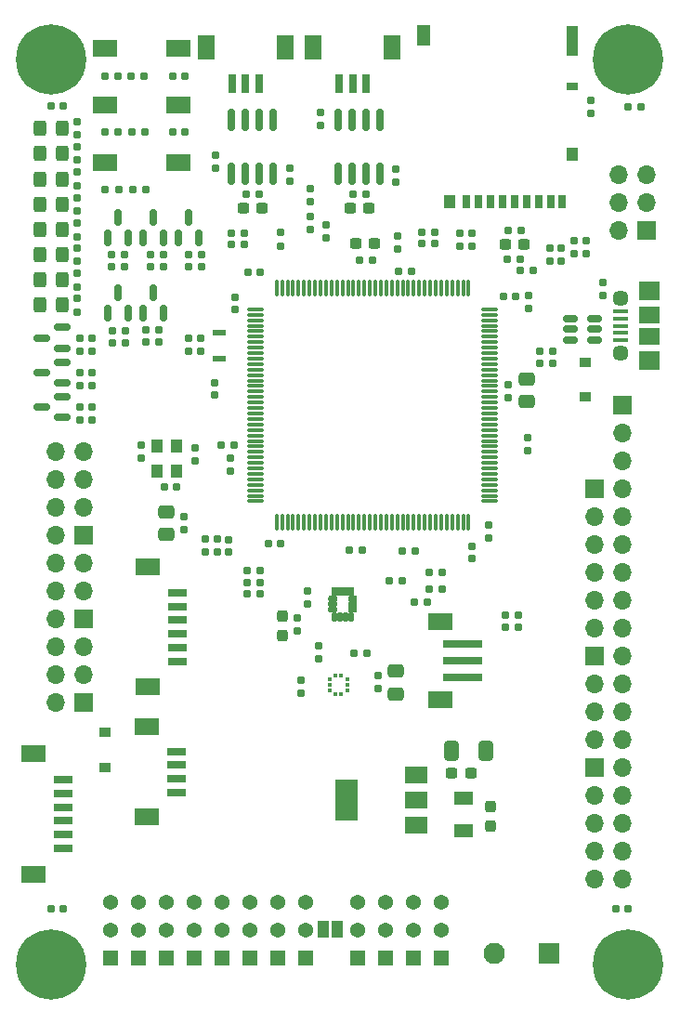
<source format=gts>
G04 #@! TF.GenerationSoftware,KiCad,Pcbnew,6.0.11-2627ca5db0~126~ubuntu22.04.1*
G04 #@! TF.CreationDate,2023-09-19T13:50:51-03:00*
G04 #@! TF.ProjectId,Drone FCC,44726f6e-6520-4464-9343-2e6b69636164,rev?*
G04 #@! TF.SameCoordinates,Original*
G04 #@! TF.FileFunction,Soldermask,Top*
G04 #@! TF.FilePolarity,Negative*
%FSLAX46Y46*%
G04 Gerber Fmt 4.6, Leading zero omitted, Abs format (unit mm)*
G04 Created by KiCad (PCBNEW 6.0.11-2627ca5db0~126~ubuntu22.04.1) date 2023-09-19 13:50:51*
%MOMM*%
%LPD*%
G01*
G04 APERTURE LIST*
G04 Aperture macros list*
%AMRoundRect*
0 Rectangle with rounded corners*
0 $1 Rounding radius*
0 $2 $3 $4 $5 $6 $7 $8 $9 X,Y pos of 4 corners*
0 Add a 4 corners polygon primitive as box body*
4,1,4,$2,$3,$4,$5,$6,$7,$8,$9,$2,$3,0*
0 Add four circle primitives for the rounded corners*
1,1,$1+$1,$2,$3*
1,1,$1+$1,$4,$5*
1,1,$1+$1,$6,$7*
1,1,$1+$1,$8,$9*
0 Add four rect primitives between the rounded corners*
20,1,$1+$1,$2,$3,$4,$5,0*
20,1,$1+$1,$4,$5,$6,$7,0*
20,1,$1+$1,$6,$7,$8,$9,0*
20,1,$1+$1,$8,$9,$2,$3,0*%
G04 Aperture macros list end*
%ADD10C,0.010000*%
%ADD11RoundRect,0.155000X-0.155000X0.212500X-0.155000X-0.212500X0.155000X-0.212500X0.155000X0.212500X0*%
%ADD12RoundRect,0.155000X-0.212500X-0.155000X0.212500X-0.155000X0.212500X0.155000X-0.212500X0.155000X0*%
%ADD13RoundRect,0.155000X0.155000X-0.212500X0.155000X0.212500X-0.155000X0.212500X-0.155000X-0.212500X0*%
%ADD14RoundRect,0.160000X-0.197500X-0.160000X0.197500X-0.160000X0.197500X0.160000X-0.197500X0.160000X0*%
%ADD15RoundRect,0.160000X0.197500X0.160000X-0.197500X0.160000X-0.197500X-0.160000X0.197500X-0.160000X0*%
%ADD16RoundRect,0.160000X0.160000X-0.197500X0.160000X0.197500X-0.160000X0.197500X-0.160000X-0.197500X0*%
%ADD17RoundRect,0.155000X0.212500X0.155000X-0.212500X0.155000X-0.212500X-0.155000X0.212500X-0.155000X0*%
%ADD18RoundRect,0.160000X-0.160000X0.197500X-0.160000X-0.197500X0.160000X-0.197500X0.160000X0.197500X0*%
%ADD19RoundRect,0.150000X0.150000X-0.587500X0.150000X0.587500X-0.150000X0.587500X-0.150000X-0.587500X0*%
%ADD20RoundRect,0.150000X0.587500X0.150000X-0.587500X0.150000X-0.587500X-0.150000X0.587500X-0.150000X0*%
%ADD21C,1.370000*%
%ADD22R,1.370000X1.370000*%
%ADD23R,1.700000X1.700000*%
%ADD24O,1.700000X1.700000*%
%ADD25RoundRect,0.250000X0.325000X0.450000X-0.325000X0.450000X-0.325000X-0.450000X0.325000X-0.450000X0*%
%ADD26R,1.000000X1.500000*%
%ADD27RoundRect,0.150000X0.512500X0.150000X-0.512500X0.150000X-0.512500X-0.150000X0.512500X-0.150000X0*%
%ADD28RoundRect,0.237500X0.237500X-0.300000X0.237500X0.300000X-0.237500X0.300000X-0.237500X-0.300000X0*%
%ADD29RoundRect,0.237500X-0.300000X-0.237500X0.300000X-0.237500X0.300000X0.237500X-0.300000X0.237500X0*%
%ADD30RoundRect,0.250000X-0.475000X0.337500X-0.475000X-0.337500X0.475000X-0.337500X0.475000X0.337500X0*%
%ADD31C,3.600000*%
%ADD32C,6.400000*%
%ADD33R,1.950000X1.950000*%
%ADD34C,1.950000*%
%ADD35R,2.300000X1.500000*%
%ADD36RoundRect,0.150000X0.150000X-0.825000X0.150000X0.825000X-0.150000X0.825000X-0.150000X-0.825000X0*%
%ADD37R,1.100000X1.300000*%
%ADD38RoundRect,0.075000X-0.662500X-0.075000X0.662500X-0.075000X0.662500X0.075000X-0.662500X0.075000X0*%
%ADD39RoundRect,0.075000X-0.075000X-0.662500X0.075000X-0.662500X0.075000X0.662500X-0.075000X0.662500X0*%
%ADD40R,1.295400X0.609600*%
%ADD41R,1.080000X0.920000*%
%ADD42RoundRect,0.237500X-0.237500X0.300000X-0.237500X-0.300000X0.237500X-0.300000X0.237500X0.300000X0*%
%ADD43R,0.700000X1.800000*%
%ADD44R,1.600000X2.200000*%
%ADD45R,3.600000X0.700000*%
%ADD46R,1.820000X1.160000*%
%ADD47RoundRect,0.250000X0.475000X-0.337500X0.475000X0.337500X-0.475000X0.337500X-0.475000X-0.337500X0*%
%ADD48R,1.350000X0.400000*%
%ADD49O,1.700000X1.000000*%
%ADD50R,1.900000X1.500000*%
%ADD51R,1.900000X1.800000*%
%ADD52C,1.450000*%
%ADD53R,0.700000X1.200000*%
%ADD54R,1.000000X1.200000*%
%ADD55R,1.000000X2.800000*%
%ADD56R,1.300000X1.900000*%
%ADD57R,1.000000X0.800000*%
%ADD58R,1.800000X0.700000*%
%ADD59R,2.200000X1.600000*%
%ADD60R,2.000000X1.500000*%
%ADD61R,2.000000X3.800000*%
%ADD62RoundRect,0.250000X-0.412500X-0.650000X0.412500X-0.650000X0.412500X0.650000X-0.412500X0.650000X0*%
%ADD63RoundRect,0.237500X0.300000X0.237500X-0.300000X0.237500X-0.300000X-0.237500X0.300000X-0.237500X0*%
%ADD64R,0.304800X0.330200*%
%ADD65R,0.330200X0.304800*%
G04 APERTURE END LIST*
G04 #@! TO.C,U5*
G36*
X152599900Y-104834000D02*
G01*
X152606900Y-104835000D01*
X152618900Y-104837000D01*
X152625900Y-104839000D01*
X152631900Y-104841000D01*
X152643900Y-104847000D01*
X152648900Y-104850000D01*
X152654900Y-104853000D01*
X152659900Y-104857000D01*
X152665900Y-104861000D01*
X152670900Y-104865000D01*
X152674900Y-104870000D01*
X152679900Y-104874000D01*
X152683900Y-104879000D01*
X152687900Y-104885000D01*
X152691900Y-104890000D01*
X152694900Y-104895000D01*
X152703900Y-104913000D01*
X152705900Y-104919000D01*
X152707900Y-104926000D01*
X152709900Y-104938000D01*
X152710900Y-104945000D01*
X152711900Y-104951000D01*
X152711900Y-105405000D01*
X152710900Y-105411000D01*
X152709900Y-105418000D01*
X152707900Y-105430000D01*
X152705900Y-105437000D01*
X152703900Y-105443000D01*
X152694900Y-105461000D01*
X152691900Y-105466000D01*
X152687900Y-105471000D01*
X152683900Y-105477000D01*
X152679900Y-105482000D01*
X152674900Y-105486000D01*
X152670900Y-105491000D01*
X152665900Y-105495000D01*
X152659900Y-105499000D01*
X152654900Y-105503000D01*
X152648900Y-105506000D01*
X152643900Y-105509000D01*
X152631900Y-105515000D01*
X152625900Y-105517000D01*
X152618900Y-105519000D01*
X152606900Y-105521000D01*
X152599900Y-105522000D01*
X152593900Y-105523000D01*
X152379900Y-105523000D01*
X152373900Y-105522000D01*
X152366900Y-105521000D01*
X152354900Y-105519000D01*
X152347900Y-105517000D01*
X152341900Y-105515000D01*
X152329900Y-105509000D01*
X152324900Y-105506000D01*
X152318900Y-105503000D01*
X152313900Y-105499000D01*
X152307900Y-105495000D01*
X152302900Y-105491000D01*
X152298900Y-105486000D01*
X152293900Y-105482000D01*
X152289900Y-105477000D01*
X152285900Y-105471000D01*
X152281900Y-105466000D01*
X152278900Y-105461000D01*
X152269900Y-105443000D01*
X152267900Y-105437000D01*
X152265900Y-105430000D01*
X152263900Y-105418000D01*
X152262900Y-105411000D01*
X152261900Y-105405000D01*
X152261900Y-104951000D01*
X152262900Y-104945000D01*
X152263900Y-104938000D01*
X152265900Y-104926000D01*
X152267900Y-104919000D01*
X152269900Y-104913000D01*
X152278900Y-104895000D01*
X152281900Y-104890000D01*
X152285900Y-104885000D01*
X152289900Y-104879000D01*
X152293900Y-104874000D01*
X152298900Y-104870000D01*
X152302900Y-104865000D01*
X152307900Y-104861000D01*
X152313900Y-104857000D01*
X152318900Y-104853000D01*
X152324900Y-104850000D01*
X152329900Y-104847000D01*
X152341900Y-104841000D01*
X152347900Y-104839000D01*
X152354900Y-104837000D01*
X152366900Y-104835000D01*
X152373900Y-104834000D01*
X152379900Y-104833000D01*
X152593900Y-104833000D01*
X152599900Y-104834000D01*
G37*
D10*
X152599900Y-104834000D02*
X152606900Y-104835000D01*
X152618900Y-104837000D01*
X152625900Y-104839000D01*
X152631900Y-104841000D01*
X152643900Y-104847000D01*
X152648900Y-104850000D01*
X152654900Y-104853000D01*
X152659900Y-104857000D01*
X152665900Y-104861000D01*
X152670900Y-104865000D01*
X152674900Y-104870000D01*
X152679900Y-104874000D01*
X152683900Y-104879000D01*
X152687900Y-104885000D01*
X152691900Y-104890000D01*
X152694900Y-104895000D01*
X152703900Y-104913000D01*
X152705900Y-104919000D01*
X152707900Y-104926000D01*
X152709900Y-104938000D01*
X152710900Y-104945000D01*
X152711900Y-104951000D01*
X152711900Y-105405000D01*
X152710900Y-105411000D01*
X152709900Y-105418000D01*
X152707900Y-105430000D01*
X152705900Y-105437000D01*
X152703900Y-105443000D01*
X152694900Y-105461000D01*
X152691900Y-105466000D01*
X152687900Y-105471000D01*
X152683900Y-105477000D01*
X152679900Y-105482000D01*
X152674900Y-105486000D01*
X152670900Y-105491000D01*
X152665900Y-105495000D01*
X152659900Y-105499000D01*
X152654900Y-105503000D01*
X152648900Y-105506000D01*
X152643900Y-105509000D01*
X152631900Y-105515000D01*
X152625900Y-105517000D01*
X152618900Y-105519000D01*
X152606900Y-105521000D01*
X152599900Y-105522000D01*
X152593900Y-105523000D01*
X152379900Y-105523000D01*
X152373900Y-105522000D01*
X152366900Y-105521000D01*
X152354900Y-105519000D01*
X152347900Y-105517000D01*
X152341900Y-105515000D01*
X152329900Y-105509000D01*
X152324900Y-105506000D01*
X152318900Y-105503000D01*
X152313900Y-105499000D01*
X152307900Y-105495000D01*
X152302900Y-105491000D01*
X152298900Y-105486000D01*
X152293900Y-105482000D01*
X152289900Y-105477000D01*
X152285900Y-105471000D01*
X152281900Y-105466000D01*
X152278900Y-105461000D01*
X152269900Y-105443000D01*
X152267900Y-105437000D01*
X152265900Y-105430000D01*
X152263900Y-105418000D01*
X152262900Y-105411000D01*
X152261900Y-105405000D01*
X152261900Y-104951000D01*
X152262900Y-104945000D01*
X152263900Y-104938000D01*
X152265900Y-104926000D01*
X152267900Y-104919000D01*
X152269900Y-104913000D01*
X152278900Y-104895000D01*
X152281900Y-104890000D01*
X152285900Y-104885000D01*
X152289900Y-104879000D01*
X152293900Y-104874000D01*
X152298900Y-104870000D01*
X152302900Y-104865000D01*
X152307900Y-104861000D01*
X152313900Y-104857000D01*
X152318900Y-104853000D01*
X152324900Y-104850000D01*
X152329900Y-104847000D01*
X152341900Y-104841000D01*
X152347900Y-104839000D01*
X152354900Y-104837000D01*
X152366900Y-104835000D01*
X152373900Y-104834000D01*
X152379900Y-104833000D01*
X152593900Y-104833000D01*
X152599900Y-104834000D01*
G36*
X153599900Y-104834000D02*
G01*
X153606900Y-104835000D01*
X153618900Y-104837000D01*
X153625900Y-104839000D01*
X153631900Y-104841000D01*
X153643900Y-104847000D01*
X153648900Y-104850000D01*
X153654900Y-104853000D01*
X153659900Y-104857000D01*
X153665900Y-104861000D01*
X153670900Y-104865000D01*
X153674900Y-104870000D01*
X153679900Y-104874000D01*
X153683900Y-104879000D01*
X153687900Y-104885000D01*
X153691900Y-104890000D01*
X153694900Y-104895000D01*
X153703900Y-104913000D01*
X153705900Y-104919000D01*
X153707900Y-104926000D01*
X153709900Y-104938000D01*
X153710900Y-104945000D01*
X153711900Y-104951000D01*
X153711900Y-105405000D01*
X153710900Y-105411000D01*
X153709900Y-105418000D01*
X153707900Y-105430000D01*
X153705900Y-105437000D01*
X153703900Y-105443000D01*
X153694900Y-105461000D01*
X153691900Y-105466000D01*
X153687900Y-105471000D01*
X153683900Y-105477000D01*
X153679900Y-105482000D01*
X153674900Y-105486000D01*
X153670900Y-105491000D01*
X153665900Y-105495000D01*
X153659900Y-105499000D01*
X153654900Y-105503000D01*
X153648900Y-105506000D01*
X153643900Y-105509000D01*
X153631900Y-105515000D01*
X153625900Y-105517000D01*
X153618900Y-105519000D01*
X153606900Y-105521000D01*
X153599900Y-105522000D01*
X153593900Y-105523000D01*
X153379900Y-105523000D01*
X153373900Y-105522000D01*
X153366900Y-105521000D01*
X153354900Y-105519000D01*
X153347900Y-105517000D01*
X153341900Y-105515000D01*
X153329900Y-105509000D01*
X153324900Y-105506000D01*
X153318900Y-105503000D01*
X153313900Y-105499000D01*
X153307900Y-105495000D01*
X153302900Y-105491000D01*
X153298900Y-105486000D01*
X153293900Y-105482000D01*
X153289900Y-105477000D01*
X153285900Y-105471000D01*
X153281900Y-105466000D01*
X153278900Y-105461000D01*
X153269900Y-105443000D01*
X153267900Y-105437000D01*
X153265900Y-105430000D01*
X153263900Y-105418000D01*
X153262900Y-105411000D01*
X153261900Y-105405000D01*
X153261900Y-104951000D01*
X153262900Y-104945000D01*
X153263900Y-104938000D01*
X153265900Y-104926000D01*
X153267900Y-104919000D01*
X153269900Y-104913000D01*
X153278900Y-104895000D01*
X153281900Y-104890000D01*
X153285900Y-104885000D01*
X153289900Y-104879000D01*
X153293900Y-104874000D01*
X153298900Y-104870000D01*
X153302900Y-104865000D01*
X153307900Y-104861000D01*
X153313900Y-104857000D01*
X153318900Y-104853000D01*
X153324900Y-104850000D01*
X153329900Y-104847000D01*
X153341900Y-104841000D01*
X153347900Y-104839000D01*
X153354900Y-104837000D01*
X153366900Y-104835000D01*
X153373900Y-104834000D01*
X153379900Y-104833000D01*
X153593900Y-104833000D01*
X153599900Y-104834000D01*
G37*
X153599900Y-104834000D02*
X153606900Y-104835000D01*
X153618900Y-104837000D01*
X153625900Y-104839000D01*
X153631900Y-104841000D01*
X153643900Y-104847000D01*
X153648900Y-104850000D01*
X153654900Y-104853000D01*
X153659900Y-104857000D01*
X153665900Y-104861000D01*
X153670900Y-104865000D01*
X153674900Y-104870000D01*
X153679900Y-104874000D01*
X153683900Y-104879000D01*
X153687900Y-104885000D01*
X153691900Y-104890000D01*
X153694900Y-104895000D01*
X153703900Y-104913000D01*
X153705900Y-104919000D01*
X153707900Y-104926000D01*
X153709900Y-104938000D01*
X153710900Y-104945000D01*
X153711900Y-104951000D01*
X153711900Y-105405000D01*
X153710900Y-105411000D01*
X153709900Y-105418000D01*
X153707900Y-105430000D01*
X153705900Y-105437000D01*
X153703900Y-105443000D01*
X153694900Y-105461000D01*
X153691900Y-105466000D01*
X153687900Y-105471000D01*
X153683900Y-105477000D01*
X153679900Y-105482000D01*
X153674900Y-105486000D01*
X153670900Y-105491000D01*
X153665900Y-105495000D01*
X153659900Y-105499000D01*
X153654900Y-105503000D01*
X153648900Y-105506000D01*
X153643900Y-105509000D01*
X153631900Y-105515000D01*
X153625900Y-105517000D01*
X153618900Y-105519000D01*
X153606900Y-105521000D01*
X153599900Y-105522000D01*
X153593900Y-105523000D01*
X153379900Y-105523000D01*
X153373900Y-105522000D01*
X153366900Y-105521000D01*
X153354900Y-105519000D01*
X153347900Y-105517000D01*
X153341900Y-105515000D01*
X153329900Y-105509000D01*
X153324900Y-105506000D01*
X153318900Y-105503000D01*
X153313900Y-105499000D01*
X153307900Y-105495000D01*
X153302900Y-105491000D01*
X153298900Y-105486000D01*
X153293900Y-105482000D01*
X153289900Y-105477000D01*
X153285900Y-105471000D01*
X153281900Y-105466000D01*
X153278900Y-105461000D01*
X153269900Y-105443000D01*
X153267900Y-105437000D01*
X153265900Y-105430000D01*
X153263900Y-105418000D01*
X153262900Y-105411000D01*
X153261900Y-105405000D01*
X153261900Y-104951000D01*
X153262900Y-104945000D01*
X153263900Y-104938000D01*
X153265900Y-104926000D01*
X153267900Y-104919000D01*
X153269900Y-104913000D01*
X153278900Y-104895000D01*
X153281900Y-104890000D01*
X153285900Y-104885000D01*
X153289900Y-104879000D01*
X153293900Y-104874000D01*
X153298900Y-104870000D01*
X153302900Y-104865000D01*
X153307900Y-104861000D01*
X153313900Y-104857000D01*
X153318900Y-104853000D01*
X153324900Y-104850000D01*
X153329900Y-104847000D01*
X153341900Y-104841000D01*
X153347900Y-104839000D01*
X153354900Y-104837000D01*
X153366900Y-104835000D01*
X153373900Y-104834000D01*
X153379900Y-104833000D01*
X153593900Y-104833000D01*
X153599900Y-104834000D01*
G36*
X153099900Y-102504000D02*
G01*
X153106900Y-102505000D01*
X153118900Y-102507000D01*
X153125900Y-102509000D01*
X153131900Y-102511000D01*
X153143900Y-102517000D01*
X153148900Y-102520000D01*
X153154900Y-102523000D01*
X153159900Y-102527000D01*
X153165900Y-102531000D01*
X153170900Y-102535000D01*
X153174900Y-102540000D01*
X153179900Y-102544000D01*
X153183900Y-102549000D01*
X153187900Y-102555000D01*
X153191900Y-102560000D01*
X153194900Y-102565000D01*
X153203900Y-102583000D01*
X153205900Y-102589000D01*
X153207900Y-102596000D01*
X153209900Y-102608000D01*
X153210900Y-102615000D01*
X153211900Y-102621000D01*
X153211900Y-103075000D01*
X153210900Y-103081000D01*
X153209900Y-103088000D01*
X153207900Y-103100000D01*
X153205900Y-103107000D01*
X153203900Y-103113000D01*
X153194900Y-103131000D01*
X153191900Y-103136000D01*
X153187900Y-103141000D01*
X153183900Y-103147000D01*
X153179900Y-103152000D01*
X153174900Y-103156000D01*
X153170900Y-103161000D01*
X153165900Y-103165000D01*
X153159900Y-103169000D01*
X153154900Y-103173000D01*
X153148900Y-103176000D01*
X153143900Y-103179000D01*
X153131900Y-103185000D01*
X153125900Y-103187000D01*
X153118900Y-103189000D01*
X153106900Y-103191000D01*
X153099900Y-103192000D01*
X153093900Y-103193000D01*
X152879900Y-103193000D01*
X152873900Y-103192000D01*
X152866900Y-103191000D01*
X152854900Y-103189000D01*
X152847900Y-103187000D01*
X152841900Y-103185000D01*
X152829900Y-103179000D01*
X152824900Y-103176000D01*
X152818900Y-103173000D01*
X152813900Y-103169000D01*
X152807900Y-103165000D01*
X152802900Y-103161000D01*
X152798900Y-103156000D01*
X152793900Y-103152000D01*
X152789900Y-103147000D01*
X152785900Y-103141000D01*
X152781900Y-103136000D01*
X152778900Y-103131000D01*
X152769900Y-103113000D01*
X152767900Y-103107000D01*
X152765900Y-103100000D01*
X152763900Y-103088000D01*
X152762900Y-103081000D01*
X152761900Y-103075000D01*
X152761900Y-102621000D01*
X152762900Y-102615000D01*
X152763900Y-102608000D01*
X152765900Y-102596000D01*
X152767900Y-102589000D01*
X152769900Y-102583000D01*
X152778900Y-102565000D01*
X152781900Y-102560000D01*
X152785900Y-102555000D01*
X152789900Y-102549000D01*
X152793900Y-102544000D01*
X152798900Y-102540000D01*
X152802900Y-102535000D01*
X152807900Y-102531000D01*
X152813900Y-102527000D01*
X152818900Y-102523000D01*
X152824900Y-102520000D01*
X152829900Y-102517000D01*
X152841900Y-102511000D01*
X152847900Y-102509000D01*
X152854900Y-102507000D01*
X152866900Y-102505000D01*
X152873900Y-102504000D01*
X152879900Y-102503000D01*
X153093900Y-102503000D01*
X153099900Y-102504000D01*
G37*
X153099900Y-102504000D02*
X153106900Y-102505000D01*
X153118900Y-102507000D01*
X153125900Y-102509000D01*
X153131900Y-102511000D01*
X153143900Y-102517000D01*
X153148900Y-102520000D01*
X153154900Y-102523000D01*
X153159900Y-102527000D01*
X153165900Y-102531000D01*
X153170900Y-102535000D01*
X153174900Y-102540000D01*
X153179900Y-102544000D01*
X153183900Y-102549000D01*
X153187900Y-102555000D01*
X153191900Y-102560000D01*
X153194900Y-102565000D01*
X153203900Y-102583000D01*
X153205900Y-102589000D01*
X153207900Y-102596000D01*
X153209900Y-102608000D01*
X153210900Y-102615000D01*
X153211900Y-102621000D01*
X153211900Y-103075000D01*
X153210900Y-103081000D01*
X153209900Y-103088000D01*
X153207900Y-103100000D01*
X153205900Y-103107000D01*
X153203900Y-103113000D01*
X153194900Y-103131000D01*
X153191900Y-103136000D01*
X153187900Y-103141000D01*
X153183900Y-103147000D01*
X153179900Y-103152000D01*
X153174900Y-103156000D01*
X153170900Y-103161000D01*
X153165900Y-103165000D01*
X153159900Y-103169000D01*
X153154900Y-103173000D01*
X153148900Y-103176000D01*
X153143900Y-103179000D01*
X153131900Y-103185000D01*
X153125900Y-103187000D01*
X153118900Y-103189000D01*
X153106900Y-103191000D01*
X153099900Y-103192000D01*
X153093900Y-103193000D01*
X152879900Y-103193000D01*
X152873900Y-103192000D01*
X152866900Y-103191000D01*
X152854900Y-103189000D01*
X152847900Y-103187000D01*
X152841900Y-103185000D01*
X152829900Y-103179000D01*
X152824900Y-103176000D01*
X152818900Y-103173000D01*
X152813900Y-103169000D01*
X152807900Y-103165000D01*
X152802900Y-103161000D01*
X152798900Y-103156000D01*
X152793900Y-103152000D01*
X152789900Y-103147000D01*
X152785900Y-103141000D01*
X152781900Y-103136000D01*
X152778900Y-103131000D01*
X152769900Y-103113000D01*
X152767900Y-103107000D01*
X152765900Y-103100000D01*
X152763900Y-103088000D01*
X152762900Y-103081000D01*
X152761900Y-103075000D01*
X152761900Y-102621000D01*
X152762900Y-102615000D01*
X152763900Y-102608000D01*
X152765900Y-102596000D01*
X152767900Y-102589000D01*
X152769900Y-102583000D01*
X152778900Y-102565000D01*
X152781900Y-102560000D01*
X152785900Y-102555000D01*
X152789900Y-102549000D01*
X152793900Y-102544000D01*
X152798900Y-102540000D01*
X152802900Y-102535000D01*
X152807900Y-102531000D01*
X152813900Y-102527000D01*
X152818900Y-102523000D01*
X152824900Y-102520000D01*
X152829900Y-102517000D01*
X152841900Y-102511000D01*
X152847900Y-102509000D01*
X152854900Y-102507000D01*
X152866900Y-102505000D01*
X152873900Y-102504000D01*
X152879900Y-102503000D01*
X153093900Y-102503000D01*
X153099900Y-102504000D01*
G36*
X152099900Y-104834000D02*
G01*
X152106900Y-104835000D01*
X152118900Y-104837000D01*
X152125900Y-104839000D01*
X152131900Y-104841000D01*
X152143900Y-104847000D01*
X152148900Y-104850000D01*
X152154900Y-104853000D01*
X152159900Y-104857000D01*
X152165900Y-104861000D01*
X152170900Y-104865000D01*
X152174900Y-104870000D01*
X152179900Y-104874000D01*
X152183900Y-104879000D01*
X152187900Y-104885000D01*
X152191900Y-104890000D01*
X152194900Y-104895000D01*
X152203900Y-104913000D01*
X152205900Y-104919000D01*
X152207900Y-104926000D01*
X152209900Y-104938000D01*
X152210900Y-104945000D01*
X152211900Y-104951000D01*
X152211900Y-105405000D01*
X152210900Y-105411000D01*
X152209900Y-105418000D01*
X152207900Y-105430000D01*
X152205900Y-105437000D01*
X152203900Y-105443000D01*
X152194900Y-105461000D01*
X152191900Y-105466000D01*
X152187900Y-105471000D01*
X152183900Y-105477000D01*
X152179900Y-105482000D01*
X152174900Y-105486000D01*
X152170900Y-105491000D01*
X152165900Y-105495000D01*
X152159900Y-105499000D01*
X152154900Y-105503000D01*
X152148900Y-105506000D01*
X152143900Y-105509000D01*
X152131900Y-105515000D01*
X152125900Y-105517000D01*
X152118900Y-105519000D01*
X152106900Y-105521000D01*
X152099900Y-105522000D01*
X152093900Y-105523000D01*
X151879900Y-105523000D01*
X151873900Y-105522000D01*
X151866900Y-105521000D01*
X151854900Y-105519000D01*
X151847900Y-105517000D01*
X151841900Y-105515000D01*
X151829900Y-105509000D01*
X151824900Y-105506000D01*
X151818900Y-105503000D01*
X151813900Y-105499000D01*
X151807900Y-105495000D01*
X151802900Y-105491000D01*
X151798900Y-105486000D01*
X151793900Y-105482000D01*
X151789900Y-105477000D01*
X151785900Y-105471000D01*
X151781900Y-105466000D01*
X151778900Y-105461000D01*
X151769900Y-105443000D01*
X151767900Y-105437000D01*
X151765900Y-105430000D01*
X151763900Y-105418000D01*
X151762900Y-105411000D01*
X151761900Y-105405000D01*
X151761900Y-104951000D01*
X151762900Y-104945000D01*
X151763900Y-104938000D01*
X151765900Y-104926000D01*
X151767900Y-104919000D01*
X151769900Y-104913000D01*
X151778900Y-104895000D01*
X151781900Y-104890000D01*
X151785900Y-104885000D01*
X151789900Y-104879000D01*
X151793900Y-104874000D01*
X151798900Y-104870000D01*
X151802900Y-104865000D01*
X151807900Y-104861000D01*
X151813900Y-104857000D01*
X151818900Y-104853000D01*
X151824900Y-104850000D01*
X151829900Y-104847000D01*
X151841900Y-104841000D01*
X151847900Y-104839000D01*
X151854900Y-104837000D01*
X151866900Y-104835000D01*
X151873900Y-104834000D01*
X151879900Y-104833000D01*
X152093900Y-104833000D01*
X152099900Y-104834000D01*
G37*
X152099900Y-104834000D02*
X152106900Y-104835000D01*
X152118900Y-104837000D01*
X152125900Y-104839000D01*
X152131900Y-104841000D01*
X152143900Y-104847000D01*
X152148900Y-104850000D01*
X152154900Y-104853000D01*
X152159900Y-104857000D01*
X152165900Y-104861000D01*
X152170900Y-104865000D01*
X152174900Y-104870000D01*
X152179900Y-104874000D01*
X152183900Y-104879000D01*
X152187900Y-104885000D01*
X152191900Y-104890000D01*
X152194900Y-104895000D01*
X152203900Y-104913000D01*
X152205900Y-104919000D01*
X152207900Y-104926000D01*
X152209900Y-104938000D01*
X152210900Y-104945000D01*
X152211900Y-104951000D01*
X152211900Y-105405000D01*
X152210900Y-105411000D01*
X152209900Y-105418000D01*
X152207900Y-105430000D01*
X152205900Y-105437000D01*
X152203900Y-105443000D01*
X152194900Y-105461000D01*
X152191900Y-105466000D01*
X152187900Y-105471000D01*
X152183900Y-105477000D01*
X152179900Y-105482000D01*
X152174900Y-105486000D01*
X152170900Y-105491000D01*
X152165900Y-105495000D01*
X152159900Y-105499000D01*
X152154900Y-105503000D01*
X152148900Y-105506000D01*
X152143900Y-105509000D01*
X152131900Y-105515000D01*
X152125900Y-105517000D01*
X152118900Y-105519000D01*
X152106900Y-105521000D01*
X152099900Y-105522000D01*
X152093900Y-105523000D01*
X151879900Y-105523000D01*
X151873900Y-105522000D01*
X151866900Y-105521000D01*
X151854900Y-105519000D01*
X151847900Y-105517000D01*
X151841900Y-105515000D01*
X151829900Y-105509000D01*
X151824900Y-105506000D01*
X151818900Y-105503000D01*
X151813900Y-105499000D01*
X151807900Y-105495000D01*
X151802900Y-105491000D01*
X151798900Y-105486000D01*
X151793900Y-105482000D01*
X151789900Y-105477000D01*
X151785900Y-105471000D01*
X151781900Y-105466000D01*
X151778900Y-105461000D01*
X151769900Y-105443000D01*
X151767900Y-105437000D01*
X151765900Y-105430000D01*
X151763900Y-105418000D01*
X151762900Y-105411000D01*
X151761900Y-105405000D01*
X151761900Y-104951000D01*
X151762900Y-104945000D01*
X151763900Y-104938000D01*
X151765900Y-104926000D01*
X151767900Y-104919000D01*
X151769900Y-104913000D01*
X151778900Y-104895000D01*
X151781900Y-104890000D01*
X151785900Y-104885000D01*
X151789900Y-104879000D01*
X151793900Y-104874000D01*
X151798900Y-104870000D01*
X151802900Y-104865000D01*
X151807900Y-104861000D01*
X151813900Y-104857000D01*
X151818900Y-104853000D01*
X151824900Y-104850000D01*
X151829900Y-104847000D01*
X151841900Y-104841000D01*
X151847900Y-104839000D01*
X151854900Y-104837000D01*
X151866900Y-104835000D01*
X151873900Y-104834000D01*
X151879900Y-104833000D01*
X152093900Y-104833000D01*
X152099900Y-104834000D01*
G36*
X152599900Y-102504000D02*
G01*
X152606900Y-102505000D01*
X152618900Y-102507000D01*
X152625900Y-102509000D01*
X152631900Y-102511000D01*
X152643900Y-102517000D01*
X152648900Y-102520000D01*
X152654900Y-102523000D01*
X152659900Y-102527000D01*
X152665900Y-102531000D01*
X152670900Y-102535000D01*
X152674900Y-102540000D01*
X152679900Y-102544000D01*
X152683900Y-102549000D01*
X152687900Y-102555000D01*
X152691900Y-102560000D01*
X152694900Y-102565000D01*
X152703900Y-102583000D01*
X152705900Y-102589000D01*
X152707900Y-102596000D01*
X152709900Y-102608000D01*
X152710900Y-102615000D01*
X152711900Y-102621000D01*
X152711900Y-103075000D01*
X152710900Y-103081000D01*
X152709900Y-103088000D01*
X152707900Y-103100000D01*
X152705900Y-103107000D01*
X152703900Y-103113000D01*
X152694900Y-103131000D01*
X152691900Y-103136000D01*
X152687900Y-103141000D01*
X152683900Y-103147000D01*
X152679900Y-103152000D01*
X152674900Y-103156000D01*
X152670900Y-103161000D01*
X152665900Y-103165000D01*
X152659900Y-103169000D01*
X152654900Y-103173000D01*
X152648900Y-103176000D01*
X152643900Y-103179000D01*
X152631900Y-103185000D01*
X152625900Y-103187000D01*
X152618900Y-103189000D01*
X152606900Y-103191000D01*
X152599900Y-103192000D01*
X152593900Y-103193000D01*
X152379900Y-103193000D01*
X152373900Y-103192000D01*
X152366900Y-103191000D01*
X152354900Y-103189000D01*
X152347900Y-103187000D01*
X152341900Y-103185000D01*
X152329900Y-103179000D01*
X152324900Y-103176000D01*
X152318900Y-103173000D01*
X152313900Y-103169000D01*
X152307900Y-103165000D01*
X152302900Y-103161000D01*
X152298900Y-103156000D01*
X152293900Y-103152000D01*
X152289900Y-103147000D01*
X152285900Y-103141000D01*
X152281900Y-103136000D01*
X152278900Y-103131000D01*
X152269900Y-103113000D01*
X152267900Y-103107000D01*
X152265900Y-103100000D01*
X152263900Y-103088000D01*
X152262900Y-103081000D01*
X152261900Y-103075000D01*
X152261900Y-102621000D01*
X152262900Y-102615000D01*
X152263900Y-102608000D01*
X152265900Y-102596000D01*
X152267900Y-102589000D01*
X152269900Y-102583000D01*
X152278900Y-102565000D01*
X152281900Y-102560000D01*
X152285900Y-102555000D01*
X152289900Y-102549000D01*
X152293900Y-102544000D01*
X152298900Y-102540000D01*
X152302900Y-102535000D01*
X152307900Y-102531000D01*
X152313900Y-102527000D01*
X152318900Y-102523000D01*
X152324900Y-102520000D01*
X152329900Y-102517000D01*
X152341900Y-102511000D01*
X152347900Y-102509000D01*
X152354900Y-102507000D01*
X152366900Y-102505000D01*
X152373900Y-102504000D01*
X152379900Y-102503000D01*
X152593900Y-102503000D01*
X152599900Y-102504000D01*
G37*
X152599900Y-102504000D02*
X152606900Y-102505000D01*
X152618900Y-102507000D01*
X152625900Y-102509000D01*
X152631900Y-102511000D01*
X152643900Y-102517000D01*
X152648900Y-102520000D01*
X152654900Y-102523000D01*
X152659900Y-102527000D01*
X152665900Y-102531000D01*
X152670900Y-102535000D01*
X152674900Y-102540000D01*
X152679900Y-102544000D01*
X152683900Y-102549000D01*
X152687900Y-102555000D01*
X152691900Y-102560000D01*
X152694900Y-102565000D01*
X152703900Y-102583000D01*
X152705900Y-102589000D01*
X152707900Y-102596000D01*
X152709900Y-102608000D01*
X152710900Y-102615000D01*
X152711900Y-102621000D01*
X152711900Y-103075000D01*
X152710900Y-103081000D01*
X152709900Y-103088000D01*
X152707900Y-103100000D01*
X152705900Y-103107000D01*
X152703900Y-103113000D01*
X152694900Y-103131000D01*
X152691900Y-103136000D01*
X152687900Y-103141000D01*
X152683900Y-103147000D01*
X152679900Y-103152000D01*
X152674900Y-103156000D01*
X152670900Y-103161000D01*
X152665900Y-103165000D01*
X152659900Y-103169000D01*
X152654900Y-103173000D01*
X152648900Y-103176000D01*
X152643900Y-103179000D01*
X152631900Y-103185000D01*
X152625900Y-103187000D01*
X152618900Y-103189000D01*
X152606900Y-103191000D01*
X152599900Y-103192000D01*
X152593900Y-103193000D01*
X152379900Y-103193000D01*
X152373900Y-103192000D01*
X152366900Y-103191000D01*
X152354900Y-103189000D01*
X152347900Y-103187000D01*
X152341900Y-103185000D01*
X152329900Y-103179000D01*
X152324900Y-103176000D01*
X152318900Y-103173000D01*
X152313900Y-103169000D01*
X152307900Y-103165000D01*
X152302900Y-103161000D01*
X152298900Y-103156000D01*
X152293900Y-103152000D01*
X152289900Y-103147000D01*
X152285900Y-103141000D01*
X152281900Y-103136000D01*
X152278900Y-103131000D01*
X152269900Y-103113000D01*
X152267900Y-103107000D01*
X152265900Y-103100000D01*
X152263900Y-103088000D01*
X152262900Y-103081000D01*
X152261900Y-103075000D01*
X152261900Y-102621000D01*
X152262900Y-102615000D01*
X152263900Y-102608000D01*
X152265900Y-102596000D01*
X152267900Y-102589000D01*
X152269900Y-102583000D01*
X152278900Y-102565000D01*
X152281900Y-102560000D01*
X152285900Y-102555000D01*
X152289900Y-102549000D01*
X152293900Y-102544000D01*
X152298900Y-102540000D01*
X152302900Y-102535000D01*
X152307900Y-102531000D01*
X152313900Y-102527000D01*
X152318900Y-102523000D01*
X152324900Y-102520000D01*
X152329900Y-102517000D01*
X152341900Y-102511000D01*
X152347900Y-102509000D01*
X152354900Y-102507000D01*
X152366900Y-102505000D01*
X152373900Y-102504000D01*
X152379900Y-102503000D01*
X152593900Y-102503000D01*
X152599900Y-102504000D01*
G36*
X152054900Y-103789000D02*
G01*
X152061900Y-103790000D01*
X152073900Y-103792000D01*
X152080900Y-103794000D01*
X152086900Y-103796000D01*
X152104900Y-103805000D01*
X152109900Y-103808000D01*
X152114900Y-103812000D01*
X152120900Y-103816000D01*
X152125900Y-103820000D01*
X152129900Y-103825000D01*
X152134900Y-103829000D01*
X152138900Y-103834000D01*
X152142900Y-103840000D01*
X152146900Y-103845000D01*
X152149900Y-103851000D01*
X152152900Y-103856000D01*
X152158900Y-103868000D01*
X152160900Y-103874000D01*
X152162900Y-103881000D01*
X152164900Y-103893000D01*
X152165900Y-103900000D01*
X152166900Y-103906000D01*
X152166900Y-104120000D01*
X152165900Y-104126000D01*
X152164900Y-104133000D01*
X152162900Y-104145000D01*
X152160900Y-104152000D01*
X152158900Y-104158000D01*
X152149900Y-104176000D01*
X152146900Y-104181000D01*
X152142900Y-104186000D01*
X152138900Y-104192000D01*
X152134900Y-104197000D01*
X152129900Y-104201000D01*
X152125900Y-104206000D01*
X152120900Y-104210000D01*
X152114900Y-104214000D01*
X152109900Y-104218000D01*
X152104900Y-104221000D01*
X152086900Y-104230000D01*
X152080900Y-104232000D01*
X152073900Y-104234000D01*
X152061900Y-104236000D01*
X152054900Y-104237000D01*
X152048900Y-104238000D01*
X151594900Y-104238000D01*
X151588900Y-104237000D01*
X151581900Y-104236000D01*
X151569900Y-104234000D01*
X151562900Y-104232000D01*
X151556900Y-104230000D01*
X151538900Y-104221000D01*
X151533900Y-104218000D01*
X151528900Y-104214000D01*
X151522900Y-104210000D01*
X151517900Y-104206000D01*
X151513900Y-104201000D01*
X151508900Y-104197000D01*
X151504900Y-104192000D01*
X151500900Y-104186000D01*
X151496900Y-104181000D01*
X151493900Y-104176000D01*
X151484900Y-104158000D01*
X151482900Y-104152000D01*
X151480900Y-104145000D01*
X151478900Y-104133000D01*
X151477900Y-104126000D01*
X151476900Y-104120000D01*
X151476900Y-103906000D01*
X151477900Y-103900000D01*
X151478900Y-103893000D01*
X151480900Y-103881000D01*
X151482900Y-103874000D01*
X151484900Y-103868000D01*
X151493900Y-103850000D01*
X151496900Y-103845000D01*
X151500900Y-103840000D01*
X151504900Y-103834000D01*
X151508900Y-103829000D01*
X151513900Y-103825000D01*
X151517900Y-103820000D01*
X151522900Y-103816000D01*
X151528900Y-103812000D01*
X151533900Y-103808000D01*
X151538900Y-103805000D01*
X151556900Y-103796000D01*
X151562900Y-103794000D01*
X151569900Y-103792000D01*
X151581900Y-103790000D01*
X151588900Y-103789000D01*
X151594900Y-103788000D01*
X152048900Y-103788000D01*
X152054900Y-103789000D01*
G37*
X152054900Y-103789000D02*
X152061900Y-103790000D01*
X152073900Y-103792000D01*
X152080900Y-103794000D01*
X152086900Y-103796000D01*
X152104900Y-103805000D01*
X152109900Y-103808000D01*
X152114900Y-103812000D01*
X152120900Y-103816000D01*
X152125900Y-103820000D01*
X152129900Y-103825000D01*
X152134900Y-103829000D01*
X152138900Y-103834000D01*
X152142900Y-103840000D01*
X152146900Y-103845000D01*
X152149900Y-103851000D01*
X152152900Y-103856000D01*
X152158900Y-103868000D01*
X152160900Y-103874000D01*
X152162900Y-103881000D01*
X152164900Y-103893000D01*
X152165900Y-103900000D01*
X152166900Y-103906000D01*
X152166900Y-104120000D01*
X152165900Y-104126000D01*
X152164900Y-104133000D01*
X152162900Y-104145000D01*
X152160900Y-104152000D01*
X152158900Y-104158000D01*
X152149900Y-104176000D01*
X152146900Y-104181000D01*
X152142900Y-104186000D01*
X152138900Y-104192000D01*
X152134900Y-104197000D01*
X152129900Y-104201000D01*
X152125900Y-104206000D01*
X152120900Y-104210000D01*
X152114900Y-104214000D01*
X152109900Y-104218000D01*
X152104900Y-104221000D01*
X152086900Y-104230000D01*
X152080900Y-104232000D01*
X152073900Y-104234000D01*
X152061900Y-104236000D01*
X152054900Y-104237000D01*
X152048900Y-104238000D01*
X151594900Y-104238000D01*
X151588900Y-104237000D01*
X151581900Y-104236000D01*
X151569900Y-104234000D01*
X151562900Y-104232000D01*
X151556900Y-104230000D01*
X151538900Y-104221000D01*
X151533900Y-104218000D01*
X151528900Y-104214000D01*
X151522900Y-104210000D01*
X151517900Y-104206000D01*
X151513900Y-104201000D01*
X151508900Y-104197000D01*
X151504900Y-104192000D01*
X151500900Y-104186000D01*
X151496900Y-104181000D01*
X151493900Y-104176000D01*
X151484900Y-104158000D01*
X151482900Y-104152000D01*
X151480900Y-104145000D01*
X151478900Y-104133000D01*
X151477900Y-104126000D01*
X151476900Y-104120000D01*
X151476900Y-103906000D01*
X151477900Y-103900000D01*
X151478900Y-103893000D01*
X151480900Y-103881000D01*
X151482900Y-103874000D01*
X151484900Y-103868000D01*
X151493900Y-103850000D01*
X151496900Y-103845000D01*
X151500900Y-103840000D01*
X151504900Y-103834000D01*
X151508900Y-103829000D01*
X151513900Y-103825000D01*
X151517900Y-103820000D01*
X151522900Y-103816000D01*
X151528900Y-103812000D01*
X151533900Y-103808000D01*
X151538900Y-103805000D01*
X151556900Y-103796000D01*
X151562900Y-103794000D01*
X151569900Y-103792000D01*
X151581900Y-103790000D01*
X151588900Y-103789000D01*
X151594900Y-103788000D01*
X152048900Y-103788000D01*
X152054900Y-103789000D01*
G36*
X152099900Y-102504000D02*
G01*
X152106900Y-102505000D01*
X152118900Y-102507000D01*
X152125900Y-102509000D01*
X152131900Y-102511000D01*
X152143900Y-102517000D01*
X152148900Y-102520000D01*
X152154900Y-102523000D01*
X152159900Y-102527000D01*
X152165900Y-102531000D01*
X152170900Y-102535000D01*
X152174900Y-102540000D01*
X152179900Y-102544000D01*
X152183900Y-102549000D01*
X152187900Y-102555000D01*
X152191900Y-102560000D01*
X152194900Y-102565000D01*
X152203900Y-102583000D01*
X152205900Y-102589000D01*
X152207900Y-102596000D01*
X152209900Y-102608000D01*
X152210900Y-102615000D01*
X152211900Y-102621000D01*
X152211900Y-103075000D01*
X152210900Y-103081000D01*
X152209900Y-103088000D01*
X152207900Y-103100000D01*
X152205900Y-103107000D01*
X152203900Y-103113000D01*
X152194900Y-103131000D01*
X152191900Y-103136000D01*
X152187900Y-103141000D01*
X152183900Y-103147000D01*
X152179900Y-103152000D01*
X152174900Y-103156000D01*
X152170900Y-103161000D01*
X152165900Y-103165000D01*
X152159900Y-103169000D01*
X152154900Y-103173000D01*
X152148900Y-103176000D01*
X152143900Y-103179000D01*
X152131900Y-103185000D01*
X152125900Y-103187000D01*
X152118900Y-103189000D01*
X152106900Y-103191000D01*
X152099900Y-103192000D01*
X152093900Y-103193000D01*
X151879900Y-103193000D01*
X151873900Y-103192000D01*
X151866900Y-103191000D01*
X151854900Y-103189000D01*
X151847900Y-103187000D01*
X151841900Y-103185000D01*
X151829900Y-103179000D01*
X151824900Y-103176000D01*
X151818900Y-103173000D01*
X151813900Y-103169000D01*
X151807900Y-103165000D01*
X151802900Y-103161000D01*
X151798900Y-103156000D01*
X151793900Y-103152000D01*
X151789900Y-103147000D01*
X151785900Y-103141000D01*
X151781900Y-103136000D01*
X151778900Y-103131000D01*
X151769900Y-103113000D01*
X151767900Y-103107000D01*
X151765900Y-103100000D01*
X151763900Y-103088000D01*
X151762900Y-103081000D01*
X151761900Y-103075000D01*
X151761900Y-102621000D01*
X151762900Y-102615000D01*
X151763900Y-102608000D01*
X151765900Y-102596000D01*
X151767900Y-102589000D01*
X151769900Y-102583000D01*
X151778900Y-102565000D01*
X151781900Y-102560000D01*
X151785900Y-102555000D01*
X151789900Y-102549000D01*
X151793900Y-102544000D01*
X151798900Y-102540000D01*
X151802900Y-102535000D01*
X151807900Y-102531000D01*
X151813900Y-102527000D01*
X151818900Y-102523000D01*
X151824900Y-102520000D01*
X151829900Y-102517000D01*
X151841900Y-102511000D01*
X151847900Y-102509000D01*
X151854900Y-102507000D01*
X151866900Y-102505000D01*
X151873900Y-102504000D01*
X151879900Y-102503000D01*
X152093900Y-102503000D01*
X152099900Y-102504000D01*
G37*
X152099900Y-102504000D02*
X152106900Y-102505000D01*
X152118900Y-102507000D01*
X152125900Y-102509000D01*
X152131900Y-102511000D01*
X152143900Y-102517000D01*
X152148900Y-102520000D01*
X152154900Y-102523000D01*
X152159900Y-102527000D01*
X152165900Y-102531000D01*
X152170900Y-102535000D01*
X152174900Y-102540000D01*
X152179900Y-102544000D01*
X152183900Y-102549000D01*
X152187900Y-102555000D01*
X152191900Y-102560000D01*
X152194900Y-102565000D01*
X152203900Y-102583000D01*
X152205900Y-102589000D01*
X152207900Y-102596000D01*
X152209900Y-102608000D01*
X152210900Y-102615000D01*
X152211900Y-102621000D01*
X152211900Y-103075000D01*
X152210900Y-103081000D01*
X152209900Y-103088000D01*
X152207900Y-103100000D01*
X152205900Y-103107000D01*
X152203900Y-103113000D01*
X152194900Y-103131000D01*
X152191900Y-103136000D01*
X152187900Y-103141000D01*
X152183900Y-103147000D01*
X152179900Y-103152000D01*
X152174900Y-103156000D01*
X152170900Y-103161000D01*
X152165900Y-103165000D01*
X152159900Y-103169000D01*
X152154900Y-103173000D01*
X152148900Y-103176000D01*
X152143900Y-103179000D01*
X152131900Y-103185000D01*
X152125900Y-103187000D01*
X152118900Y-103189000D01*
X152106900Y-103191000D01*
X152099900Y-103192000D01*
X152093900Y-103193000D01*
X151879900Y-103193000D01*
X151873900Y-103192000D01*
X151866900Y-103191000D01*
X151854900Y-103189000D01*
X151847900Y-103187000D01*
X151841900Y-103185000D01*
X151829900Y-103179000D01*
X151824900Y-103176000D01*
X151818900Y-103173000D01*
X151813900Y-103169000D01*
X151807900Y-103165000D01*
X151802900Y-103161000D01*
X151798900Y-103156000D01*
X151793900Y-103152000D01*
X151789900Y-103147000D01*
X151785900Y-103141000D01*
X151781900Y-103136000D01*
X151778900Y-103131000D01*
X151769900Y-103113000D01*
X151767900Y-103107000D01*
X151765900Y-103100000D01*
X151763900Y-103088000D01*
X151762900Y-103081000D01*
X151761900Y-103075000D01*
X151761900Y-102621000D01*
X151762900Y-102615000D01*
X151763900Y-102608000D01*
X151765900Y-102596000D01*
X151767900Y-102589000D01*
X151769900Y-102583000D01*
X151778900Y-102565000D01*
X151781900Y-102560000D01*
X151785900Y-102555000D01*
X151789900Y-102549000D01*
X151793900Y-102544000D01*
X151798900Y-102540000D01*
X151802900Y-102535000D01*
X151807900Y-102531000D01*
X151813900Y-102527000D01*
X151818900Y-102523000D01*
X151824900Y-102520000D01*
X151829900Y-102517000D01*
X151841900Y-102511000D01*
X151847900Y-102509000D01*
X151854900Y-102507000D01*
X151866900Y-102505000D01*
X151873900Y-102504000D01*
X151879900Y-102503000D01*
X152093900Y-102503000D01*
X152099900Y-102504000D01*
G36*
X153599900Y-102504000D02*
G01*
X153606900Y-102505000D01*
X153618900Y-102507000D01*
X153625900Y-102509000D01*
X153631900Y-102511000D01*
X153643900Y-102517000D01*
X153648900Y-102520000D01*
X153654900Y-102523000D01*
X153659900Y-102527000D01*
X153665900Y-102531000D01*
X153670900Y-102535000D01*
X153674900Y-102540000D01*
X153679900Y-102544000D01*
X153683900Y-102549000D01*
X153687900Y-102555000D01*
X153691900Y-102560000D01*
X153694900Y-102565000D01*
X153703900Y-102583000D01*
X153705900Y-102589000D01*
X153707900Y-102596000D01*
X153709900Y-102608000D01*
X153710900Y-102615000D01*
X153711900Y-102621000D01*
X153711900Y-103075000D01*
X153710900Y-103081000D01*
X153709900Y-103088000D01*
X153707900Y-103100000D01*
X153705900Y-103107000D01*
X153703900Y-103113000D01*
X153694900Y-103131000D01*
X153691900Y-103136000D01*
X153687900Y-103141000D01*
X153683900Y-103147000D01*
X153679900Y-103152000D01*
X153674900Y-103156000D01*
X153670900Y-103161000D01*
X153665900Y-103165000D01*
X153659900Y-103169000D01*
X153654900Y-103173000D01*
X153648900Y-103176000D01*
X153643900Y-103179000D01*
X153631900Y-103185000D01*
X153625900Y-103187000D01*
X153618900Y-103189000D01*
X153606900Y-103191000D01*
X153599900Y-103192000D01*
X153593900Y-103193000D01*
X153379900Y-103193000D01*
X153373900Y-103192000D01*
X153366900Y-103191000D01*
X153354900Y-103189000D01*
X153347900Y-103187000D01*
X153341900Y-103185000D01*
X153329900Y-103179000D01*
X153324900Y-103176000D01*
X153318900Y-103173000D01*
X153313900Y-103169000D01*
X153307900Y-103165000D01*
X153302900Y-103161000D01*
X153298900Y-103156000D01*
X153293900Y-103152000D01*
X153289900Y-103147000D01*
X153285900Y-103141000D01*
X153281900Y-103136000D01*
X153278900Y-103131000D01*
X153269900Y-103113000D01*
X153267900Y-103107000D01*
X153265900Y-103100000D01*
X153263900Y-103088000D01*
X153262900Y-103081000D01*
X153261900Y-103075000D01*
X153261900Y-102621000D01*
X153262900Y-102615000D01*
X153263900Y-102608000D01*
X153265900Y-102596000D01*
X153267900Y-102589000D01*
X153269900Y-102583000D01*
X153278900Y-102565000D01*
X153281900Y-102560000D01*
X153285900Y-102555000D01*
X153289900Y-102549000D01*
X153293900Y-102544000D01*
X153298900Y-102540000D01*
X153302900Y-102535000D01*
X153307900Y-102531000D01*
X153313900Y-102527000D01*
X153318900Y-102523000D01*
X153324900Y-102520000D01*
X153329900Y-102517000D01*
X153341900Y-102511000D01*
X153347900Y-102509000D01*
X153354900Y-102507000D01*
X153366900Y-102505000D01*
X153373900Y-102504000D01*
X153379900Y-102503000D01*
X153593900Y-102503000D01*
X153599900Y-102504000D01*
G37*
X153599900Y-102504000D02*
X153606900Y-102505000D01*
X153618900Y-102507000D01*
X153625900Y-102509000D01*
X153631900Y-102511000D01*
X153643900Y-102517000D01*
X153648900Y-102520000D01*
X153654900Y-102523000D01*
X153659900Y-102527000D01*
X153665900Y-102531000D01*
X153670900Y-102535000D01*
X153674900Y-102540000D01*
X153679900Y-102544000D01*
X153683900Y-102549000D01*
X153687900Y-102555000D01*
X153691900Y-102560000D01*
X153694900Y-102565000D01*
X153703900Y-102583000D01*
X153705900Y-102589000D01*
X153707900Y-102596000D01*
X153709900Y-102608000D01*
X153710900Y-102615000D01*
X153711900Y-102621000D01*
X153711900Y-103075000D01*
X153710900Y-103081000D01*
X153709900Y-103088000D01*
X153707900Y-103100000D01*
X153705900Y-103107000D01*
X153703900Y-103113000D01*
X153694900Y-103131000D01*
X153691900Y-103136000D01*
X153687900Y-103141000D01*
X153683900Y-103147000D01*
X153679900Y-103152000D01*
X153674900Y-103156000D01*
X153670900Y-103161000D01*
X153665900Y-103165000D01*
X153659900Y-103169000D01*
X153654900Y-103173000D01*
X153648900Y-103176000D01*
X153643900Y-103179000D01*
X153631900Y-103185000D01*
X153625900Y-103187000D01*
X153618900Y-103189000D01*
X153606900Y-103191000D01*
X153599900Y-103192000D01*
X153593900Y-103193000D01*
X153379900Y-103193000D01*
X153373900Y-103192000D01*
X153366900Y-103191000D01*
X153354900Y-103189000D01*
X153347900Y-103187000D01*
X153341900Y-103185000D01*
X153329900Y-103179000D01*
X153324900Y-103176000D01*
X153318900Y-103173000D01*
X153313900Y-103169000D01*
X153307900Y-103165000D01*
X153302900Y-103161000D01*
X153298900Y-103156000D01*
X153293900Y-103152000D01*
X153289900Y-103147000D01*
X153285900Y-103141000D01*
X153281900Y-103136000D01*
X153278900Y-103131000D01*
X153269900Y-103113000D01*
X153267900Y-103107000D01*
X153265900Y-103100000D01*
X153263900Y-103088000D01*
X153262900Y-103081000D01*
X153261900Y-103075000D01*
X153261900Y-102621000D01*
X153262900Y-102615000D01*
X153263900Y-102608000D01*
X153265900Y-102596000D01*
X153267900Y-102589000D01*
X153269900Y-102583000D01*
X153278900Y-102565000D01*
X153281900Y-102560000D01*
X153285900Y-102555000D01*
X153289900Y-102549000D01*
X153293900Y-102544000D01*
X153298900Y-102540000D01*
X153302900Y-102535000D01*
X153307900Y-102531000D01*
X153313900Y-102527000D01*
X153318900Y-102523000D01*
X153324900Y-102520000D01*
X153329900Y-102517000D01*
X153341900Y-102511000D01*
X153347900Y-102509000D01*
X153354900Y-102507000D01*
X153366900Y-102505000D01*
X153373900Y-102504000D01*
X153379900Y-102503000D01*
X153593900Y-102503000D01*
X153599900Y-102504000D01*
G36*
X152054900Y-104289000D02*
G01*
X152061900Y-104290000D01*
X152073900Y-104292000D01*
X152080900Y-104294000D01*
X152086900Y-104296000D01*
X152104900Y-104305000D01*
X152109900Y-104308000D01*
X152114900Y-104312000D01*
X152120900Y-104316000D01*
X152125900Y-104320000D01*
X152129900Y-104325000D01*
X152134900Y-104329000D01*
X152138900Y-104334000D01*
X152142900Y-104340000D01*
X152146900Y-104345000D01*
X152149900Y-104351000D01*
X152152900Y-104356000D01*
X152158900Y-104368000D01*
X152160900Y-104374000D01*
X152162900Y-104381000D01*
X152164900Y-104393000D01*
X152165900Y-104400000D01*
X152166900Y-104406000D01*
X152166900Y-104620000D01*
X152165900Y-104626000D01*
X152164900Y-104633000D01*
X152162900Y-104645000D01*
X152160900Y-104652000D01*
X152158900Y-104658000D01*
X152152900Y-104670000D01*
X152149900Y-104675000D01*
X152146900Y-104681000D01*
X152142900Y-104686000D01*
X152138900Y-104692000D01*
X152134900Y-104697000D01*
X152129900Y-104701000D01*
X152125900Y-104706000D01*
X152120900Y-104710000D01*
X152114900Y-104714000D01*
X152109900Y-104718000D01*
X152104900Y-104721000D01*
X152086900Y-104730000D01*
X152080900Y-104732000D01*
X152073900Y-104734000D01*
X152061900Y-104736000D01*
X152054900Y-104737000D01*
X152048900Y-104738000D01*
X151594900Y-104738000D01*
X151588900Y-104737000D01*
X151581900Y-104736000D01*
X151569900Y-104734000D01*
X151562900Y-104732000D01*
X151556900Y-104730000D01*
X151538900Y-104721000D01*
X151533900Y-104718000D01*
X151528900Y-104714000D01*
X151522900Y-104710000D01*
X151517900Y-104706000D01*
X151513900Y-104701000D01*
X151508900Y-104697000D01*
X151504900Y-104692000D01*
X151500900Y-104686000D01*
X151496900Y-104681000D01*
X151493900Y-104675000D01*
X151490900Y-104670000D01*
X151484900Y-104658000D01*
X151482900Y-104652000D01*
X151480900Y-104645000D01*
X151478900Y-104633000D01*
X151477900Y-104626000D01*
X151476900Y-104620000D01*
X151476900Y-104406000D01*
X151477900Y-104400000D01*
X151478900Y-104393000D01*
X151480900Y-104381000D01*
X151482900Y-104374000D01*
X151484900Y-104368000D01*
X151493900Y-104350000D01*
X151496900Y-104345000D01*
X151500900Y-104340000D01*
X151504900Y-104334000D01*
X151508900Y-104329000D01*
X151513900Y-104325000D01*
X151517900Y-104320000D01*
X151522900Y-104316000D01*
X151528900Y-104312000D01*
X151533900Y-104308000D01*
X151538900Y-104305000D01*
X151556900Y-104296000D01*
X151562900Y-104294000D01*
X151569900Y-104292000D01*
X151581900Y-104290000D01*
X151588900Y-104289000D01*
X151594900Y-104288000D01*
X152048900Y-104288000D01*
X152054900Y-104289000D01*
G37*
X152054900Y-104289000D02*
X152061900Y-104290000D01*
X152073900Y-104292000D01*
X152080900Y-104294000D01*
X152086900Y-104296000D01*
X152104900Y-104305000D01*
X152109900Y-104308000D01*
X152114900Y-104312000D01*
X152120900Y-104316000D01*
X152125900Y-104320000D01*
X152129900Y-104325000D01*
X152134900Y-104329000D01*
X152138900Y-104334000D01*
X152142900Y-104340000D01*
X152146900Y-104345000D01*
X152149900Y-104351000D01*
X152152900Y-104356000D01*
X152158900Y-104368000D01*
X152160900Y-104374000D01*
X152162900Y-104381000D01*
X152164900Y-104393000D01*
X152165900Y-104400000D01*
X152166900Y-104406000D01*
X152166900Y-104620000D01*
X152165900Y-104626000D01*
X152164900Y-104633000D01*
X152162900Y-104645000D01*
X152160900Y-104652000D01*
X152158900Y-104658000D01*
X152152900Y-104670000D01*
X152149900Y-104675000D01*
X152146900Y-104681000D01*
X152142900Y-104686000D01*
X152138900Y-104692000D01*
X152134900Y-104697000D01*
X152129900Y-104701000D01*
X152125900Y-104706000D01*
X152120900Y-104710000D01*
X152114900Y-104714000D01*
X152109900Y-104718000D01*
X152104900Y-104721000D01*
X152086900Y-104730000D01*
X152080900Y-104732000D01*
X152073900Y-104734000D01*
X152061900Y-104736000D01*
X152054900Y-104737000D01*
X152048900Y-104738000D01*
X151594900Y-104738000D01*
X151588900Y-104737000D01*
X151581900Y-104736000D01*
X151569900Y-104734000D01*
X151562900Y-104732000D01*
X151556900Y-104730000D01*
X151538900Y-104721000D01*
X151533900Y-104718000D01*
X151528900Y-104714000D01*
X151522900Y-104710000D01*
X151517900Y-104706000D01*
X151513900Y-104701000D01*
X151508900Y-104697000D01*
X151504900Y-104692000D01*
X151500900Y-104686000D01*
X151496900Y-104681000D01*
X151493900Y-104675000D01*
X151490900Y-104670000D01*
X151484900Y-104658000D01*
X151482900Y-104652000D01*
X151480900Y-104645000D01*
X151478900Y-104633000D01*
X151477900Y-104626000D01*
X151476900Y-104620000D01*
X151476900Y-104406000D01*
X151477900Y-104400000D01*
X151478900Y-104393000D01*
X151480900Y-104381000D01*
X151482900Y-104374000D01*
X151484900Y-104368000D01*
X151493900Y-104350000D01*
X151496900Y-104345000D01*
X151500900Y-104340000D01*
X151504900Y-104334000D01*
X151508900Y-104329000D01*
X151513900Y-104325000D01*
X151517900Y-104320000D01*
X151522900Y-104316000D01*
X151528900Y-104312000D01*
X151533900Y-104308000D01*
X151538900Y-104305000D01*
X151556900Y-104296000D01*
X151562900Y-104294000D01*
X151569900Y-104292000D01*
X151581900Y-104290000D01*
X151588900Y-104289000D01*
X151594900Y-104288000D01*
X152048900Y-104288000D01*
X152054900Y-104289000D01*
G36*
X153099900Y-104834000D02*
G01*
X153106900Y-104835000D01*
X153118900Y-104837000D01*
X153125900Y-104839000D01*
X153131900Y-104841000D01*
X153143900Y-104847000D01*
X153148900Y-104850000D01*
X153154900Y-104853000D01*
X153159900Y-104857000D01*
X153165900Y-104861000D01*
X153170900Y-104865000D01*
X153174900Y-104870000D01*
X153179900Y-104874000D01*
X153183900Y-104879000D01*
X153187900Y-104885000D01*
X153191900Y-104890000D01*
X153194900Y-104895000D01*
X153203900Y-104913000D01*
X153205900Y-104919000D01*
X153207900Y-104926000D01*
X153209900Y-104938000D01*
X153210900Y-104945000D01*
X153211900Y-104951000D01*
X153211900Y-105405000D01*
X153210900Y-105411000D01*
X153209900Y-105418000D01*
X153207900Y-105430000D01*
X153205900Y-105437000D01*
X153203900Y-105443000D01*
X153194900Y-105461000D01*
X153191900Y-105466000D01*
X153187900Y-105471000D01*
X153183900Y-105477000D01*
X153179900Y-105482000D01*
X153174900Y-105486000D01*
X153170900Y-105491000D01*
X153165900Y-105495000D01*
X153159900Y-105499000D01*
X153154900Y-105503000D01*
X153148900Y-105506000D01*
X153143900Y-105509000D01*
X153131900Y-105515000D01*
X153125900Y-105517000D01*
X153118900Y-105519000D01*
X153106900Y-105521000D01*
X153099900Y-105522000D01*
X153093900Y-105523000D01*
X152879900Y-105523000D01*
X152873900Y-105522000D01*
X152866900Y-105521000D01*
X152854900Y-105519000D01*
X152847900Y-105517000D01*
X152841900Y-105515000D01*
X152829900Y-105509000D01*
X152824900Y-105506000D01*
X152818900Y-105503000D01*
X152813900Y-105499000D01*
X152807900Y-105495000D01*
X152802900Y-105491000D01*
X152798900Y-105486000D01*
X152793900Y-105482000D01*
X152789900Y-105477000D01*
X152785900Y-105471000D01*
X152781900Y-105466000D01*
X152778900Y-105461000D01*
X152769900Y-105443000D01*
X152767900Y-105437000D01*
X152765900Y-105430000D01*
X152763900Y-105418000D01*
X152762900Y-105411000D01*
X152761900Y-105405000D01*
X152761900Y-104951000D01*
X152762900Y-104945000D01*
X152763900Y-104938000D01*
X152765900Y-104926000D01*
X152767900Y-104919000D01*
X152769900Y-104913000D01*
X152778900Y-104895000D01*
X152781900Y-104890000D01*
X152785900Y-104885000D01*
X152789900Y-104879000D01*
X152793900Y-104874000D01*
X152798900Y-104870000D01*
X152802900Y-104865000D01*
X152807900Y-104861000D01*
X152813900Y-104857000D01*
X152818900Y-104853000D01*
X152824900Y-104850000D01*
X152829900Y-104847000D01*
X152841900Y-104841000D01*
X152847900Y-104839000D01*
X152854900Y-104837000D01*
X152866900Y-104835000D01*
X152873900Y-104834000D01*
X152879900Y-104833000D01*
X153093900Y-104833000D01*
X153099900Y-104834000D01*
G37*
X153099900Y-104834000D02*
X153106900Y-104835000D01*
X153118900Y-104837000D01*
X153125900Y-104839000D01*
X153131900Y-104841000D01*
X153143900Y-104847000D01*
X153148900Y-104850000D01*
X153154900Y-104853000D01*
X153159900Y-104857000D01*
X153165900Y-104861000D01*
X153170900Y-104865000D01*
X153174900Y-104870000D01*
X153179900Y-104874000D01*
X153183900Y-104879000D01*
X153187900Y-104885000D01*
X153191900Y-104890000D01*
X153194900Y-104895000D01*
X153203900Y-104913000D01*
X153205900Y-104919000D01*
X153207900Y-104926000D01*
X153209900Y-104938000D01*
X153210900Y-104945000D01*
X153211900Y-104951000D01*
X153211900Y-105405000D01*
X153210900Y-105411000D01*
X153209900Y-105418000D01*
X153207900Y-105430000D01*
X153205900Y-105437000D01*
X153203900Y-105443000D01*
X153194900Y-105461000D01*
X153191900Y-105466000D01*
X153187900Y-105471000D01*
X153183900Y-105477000D01*
X153179900Y-105482000D01*
X153174900Y-105486000D01*
X153170900Y-105491000D01*
X153165900Y-105495000D01*
X153159900Y-105499000D01*
X153154900Y-105503000D01*
X153148900Y-105506000D01*
X153143900Y-105509000D01*
X153131900Y-105515000D01*
X153125900Y-105517000D01*
X153118900Y-105519000D01*
X153106900Y-105521000D01*
X153099900Y-105522000D01*
X153093900Y-105523000D01*
X152879900Y-105523000D01*
X152873900Y-105522000D01*
X152866900Y-105521000D01*
X152854900Y-105519000D01*
X152847900Y-105517000D01*
X152841900Y-105515000D01*
X152829900Y-105509000D01*
X152824900Y-105506000D01*
X152818900Y-105503000D01*
X152813900Y-105499000D01*
X152807900Y-105495000D01*
X152802900Y-105491000D01*
X152798900Y-105486000D01*
X152793900Y-105482000D01*
X152789900Y-105477000D01*
X152785900Y-105471000D01*
X152781900Y-105466000D01*
X152778900Y-105461000D01*
X152769900Y-105443000D01*
X152767900Y-105437000D01*
X152765900Y-105430000D01*
X152763900Y-105418000D01*
X152762900Y-105411000D01*
X152761900Y-105405000D01*
X152761900Y-104951000D01*
X152762900Y-104945000D01*
X152763900Y-104938000D01*
X152765900Y-104926000D01*
X152767900Y-104919000D01*
X152769900Y-104913000D01*
X152778900Y-104895000D01*
X152781900Y-104890000D01*
X152785900Y-104885000D01*
X152789900Y-104879000D01*
X152793900Y-104874000D01*
X152798900Y-104870000D01*
X152802900Y-104865000D01*
X152807900Y-104861000D01*
X152813900Y-104857000D01*
X152818900Y-104853000D01*
X152824900Y-104850000D01*
X152829900Y-104847000D01*
X152841900Y-104841000D01*
X152847900Y-104839000D01*
X152854900Y-104837000D01*
X152866900Y-104835000D01*
X152873900Y-104834000D01*
X152879900Y-104833000D01*
X153093900Y-104833000D01*
X153099900Y-104834000D01*
G36*
X153884900Y-103289000D02*
G01*
X153891900Y-103290000D01*
X153903900Y-103292000D01*
X153910900Y-103294000D01*
X153916900Y-103296000D01*
X153934900Y-103305000D01*
X153939900Y-103308000D01*
X153944900Y-103312000D01*
X153950900Y-103316000D01*
X153955900Y-103320000D01*
X153959900Y-103325000D01*
X153964900Y-103329000D01*
X153968900Y-103334000D01*
X153972900Y-103340000D01*
X153976900Y-103345000D01*
X153979900Y-103351000D01*
X153982900Y-103356000D01*
X153988900Y-103368000D01*
X153990900Y-103374000D01*
X153992900Y-103381000D01*
X153994900Y-103393000D01*
X153995900Y-103400000D01*
X153996900Y-103406000D01*
X153996900Y-103620000D01*
X153995900Y-103626000D01*
X153994900Y-103633000D01*
X153992900Y-103645000D01*
X153990900Y-103652000D01*
X153988900Y-103658000D01*
X153982900Y-103670000D01*
X153979900Y-103675000D01*
X153976900Y-103681000D01*
X153972900Y-103686000D01*
X153968900Y-103692000D01*
X153964900Y-103697000D01*
X153959900Y-103701000D01*
X153955900Y-103706000D01*
X153950900Y-103710000D01*
X153944900Y-103714000D01*
X153939900Y-103718000D01*
X153934900Y-103721000D01*
X153916900Y-103730000D01*
X153910900Y-103732000D01*
X153903900Y-103734000D01*
X153891900Y-103736000D01*
X153884900Y-103737000D01*
X153878900Y-103738000D01*
X153424900Y-103738000D01*
X153418900Y-103737000D01*
X153411900Y-103736000D01*
X153399900Y-103734000D01*
X153392900Y-103732000D01*
X153386900Y-103730000D01*
X153368900Y-103721000D01*
X153363900Y-103718000D01*
X153358900Y-103714000D01*
X153352900Y-103710000D01*
X153347900Y-103706000D01*
X153343900Y-103701000D01*
X153338900Y-103697000D01*
X153334900Y-103692000D01*
X153330900Y-103686000D01*
X153326900Y-103681000D01*
X153323900Y-103675000D01*
X153320900Y-103670000D01*
X153314900Y-103658000D01*
X153312900Y-103652000D01*
X153310900Y-103645000D01*
X153308900Y-103633000D01*
X153307900Y-103626000D01*
X153306900Y-103620000D01*
X153306900Y-103406000D01*
X153307900Y-103400000D01*
X153308900Y-103393000D01*
X153310900Y-103381000D01*
X153312900Y-103374000D01*
X153314900Y-103368000D01*
X153323900Y-103350000D01*
X153326900Y-103345000D01*
X153330900Y-103340000D01*
X153334900Y-103334000D01*
X153338900Y-103329000D01*
X153343900Y-103325000D01*
X153347900Y-103320000D01*
X153352900Y-103316000D01*
X153358900Y-103312000D01*
X153363900Y-103308000D01*
X153368900Y-103305000D01*
X153386900Y-103296000D01*
X153392900Y-103294000D01*
X153399900Y-103292000D01*
X153411900Y-103290000D01*
X153418900Y-103289000D01*
X153424900Y-103288000D01*
X153878900Y-103288000D01*
X153884900Y-103289000D01*
G37*
X153884900Y-103289000D02*
X153891900Y-103290000D01*
X153903900Y-103292000D01*
X153910900Y-103294000D01*
X153916900Y-103296000D01*
X153934900Y-103305000D01*
X153939900Y-103308000D01*
X153944900Y-103312000D01*
X153950900Y-103316000D01*
X153955900Y-103320000D01*
X153959900Y-103325000D01*
X153964900Y-103329000D01*
X153968900Y-103334000D01*
X153972900Y-103340000D01*
X153976900Y-103345000D01*
X153979900Y-103351000D01*
X153982900Y-103356000D01*
X153988900Y-103368000D01*
X153990900Y-103374000D01*
X153992900Y-103381000D01*
X153994900Y-103393000D01*
X153995900Y-103400000D01*
X153996900Y-103406000D01*
X153996900Y-103620000D01*
X153995900Y-103626000D01*
X153994900Y-103633000D01*
X153992900Y-103645000D01*
X153990900Y-103652000D01*
X153988900Y-103658000D01*
X153982900Y-103670000D01*
X153979900Y-103675000D01*
X153976900Y-103681000D01*
X153972900Y-103686000D01*
X153968900Y-103692000D01*
X153964900Y-103697000D01*
X153959900Y-103701000D01*
X153955900Y-103706000D01*
X153950900Y-103710000D01*
X153944900Y-103714000D01*
X153939900Y-103718000D01*
X153934900Y-103721000D01*
X153916900Y-103730000D01*
X153910900Y-103732000D01*
X153903900Y-103734000D01*
X153891900Y-103736000D01*
X153884900Y-103737000D01*
X153878900Y-103738000D01*
X153424900Y-103738000D01*
X153418900Y-103737000D01*
X153411900Y-103736000D01*
X153399900Y-103734000D01*
X153392900Y-103732000D01*
X153386900Y-103730000D01*
X153368900Y-103721000D01*
X153363900Y-103718000D01*
X153358900Y-103714000D01*
X153352900Y-103710000D01*
X153347900Y-103706000D01*
X153343900Y-103701000D01*
X153338900Y-103697000D01*
X153334900Y-103692000D01*
X153330900Y-103686000D01*
X153326900Y-103681000D01*
X153323900Y-103675000D01*
X153320900Y-103670000D01*
X153314900Y-103658000D01*
X153312900Y-103652000D01*
X153310900Y-103645000D01*
X153308900Y-103633000D01*
X153307900Y-103626000D01*
X153306900Y-103620000D01*
X153306900Y-103406000D01*
X153307900Y-103400000D01*
X153308900Y-103393000D01*
X153310900Y-103381000D01*
X153312900Y-103374000D01*
X153314900Y-103368000D01*
X153323900Y-103350000D01*
X153326900Y-103345000D01*
X153330900Y-103340000D01*
X153334900Y-103334000D01*
X153338900Y-103329000D01*
X153343900Y-103325000D01*
X153347900Y-103320000D01*
X153352900Y-103316000D01*
X153358900Y-103312000D01*
X153363900Y-103308000D01*
X153368900Y-103305000D01*
X153386900Y-103296000D01*
X153392900Y-103294000D01*
X153399900Y-103292000D01*
X153411900Y-103290000D01*
X153418900Y-103289000D01*
X153424900Y-103288000D01*
X153878900Y-103288000D01*
X153884900Y-103289000D01*
G36*
X153884900Y-104289000D02*
G01*
X153891900Y-104290000D01*
X153903900Y-104292000D01*
X153910900Y-104294000D01*
X153916900Y-104296000D01*
X153934900Y-104305000D01*
X153939900Y-104308000D01*
X153944900Y-104312000D01*
X153950900Y-104316000D01*
X153955900Y-104320000D01*
X153959900Y-104325000D01*
X153964900Y-104329000D01*
X153968900Y-104334000D01*
X153972900Y-104340000D01*
X153976900Y-104345000D01*
X153979900Y-104351000D01*
X153982900Y-104356000D01*
X153988900Y-104368000D01*
X153990900Y-104374000D01*
X153992900Y-104381000D01*
X153994900Y-104393000D01*
X153995900Y-104400000D01*
X153996900Y-104406000D01*
X153996900Y-104620000D01*
X153995900Y-104626000D01*
X153994900Y-104633000D01*
X153992900Y-104645000D01*
X153990900Y-104652000D01*
X153988900Y-104658000D01*
X153982900Y-104670000D01*
X153979900Y-104675000D01*
X153976900Y-104681000D01*
X153972900Y-104686000D01*
X153968900Y-104692000D01*
X153964900Y-104697000D01*
X153959900Y-104701000D01*
X153955900Y-104706000D01*
X153950900Y-104710000D01*
X153944900Y-104714000D01*
X153939900Y-104718000D01*
X153934900Y-104721000D01*
X153916900Y-104730000D01*
X153910900Y-104732000D01*
X153903900Y-104734000D01*
X153891900Y-104736000D01*
X153884900Y-104737000D01*
X153878900Y-104738000D01*
X153424900Y-104738000D01*
X153418900Y-104737000D01*
X153411900Y-104736000D01*
X153399900Y-104734000D01*
X153392900Y-104732000D01*
X153386900Y-104730000D01*
X153368900Y-104721000D01*
X153363900Y-104718000D01*
X153358900Y-104714000D01*
X153352900Y-104710000D01*
X153347900Y-104706000D01*
X153343900Y-104701000D01*
X153338900Y-104697000D01*
X153334900Y-104692000D01*
X153330900Y-104686000D01*
X153326900Y-104681000D01*
X153323900Y-104675000D01*
X153320900Y-104670000D01*
X153314900Y-104658000D01*
X153312900Y-104652000D01*
X153310900Y-104645000D01*
X153308900Y-104633000D01*
X153307900Y-104626000D01*
X153306900Y-104620000D01*
X153306900Y-104406000D01*
X153307900Y-104400000D01*
X153308900Y-104393000D01*
X153310900Y-104381000D01*
X153312900Y-104374000D01*
X153314900Y-104368000D01*
X153323900Y-104350000D01*
X153326900Y-104345000D01*
X153330900Y-104340000D01*
X153334900Y-104334000D01*
X153338900Y-104329000D01*
X153343900Y-104325000D01*
X153347900Y-104320000D01*
X153352900Y-104316000D01*
X153358900Y-104312000D01*
X153363900Y-104308000D01*
X153368900Y-104305000D01*
X153386900Y-104296000D01*
X153392900Y-104294000D01*
X153399900Y-104292000D01*
X153411900Y-104290000D01*
X153418900Y-104289000D01*
X153424900Y-104288000D01*
X153878900Y-104288000D01*
X153884900Y-104289000D01*
G37*
X153884900Y-104289000D02*
X153891900Y-104290000D01*
X153903900Y-104292000D01*
X153910900Y-104294000D01*
X153916900Y-104296000D01*
X153934900Y-104305000D01*
X153939900Y-104308000D01*
X153944900Y-104312000D01*
X153950900Y-104316000D01*
X153955900Y-104320000D01*
X153959900Y-104325000D01*
X153964900Y-104329000D01*
X153968900Y-104334000D01*
X153972900Y-104340000D01*
X153976900Y-104345000D01*
X153979900Y-104351000D01*
X153982900Y-104356000D01*
X153988900Y-104368000D01*
X153990900Y-104374000D01*
X153992900Y-104381000D01*
X153994900Y-104393000D01*
X153995900Y-104400000D01*
X153996900Y-104406000D01*
X153996900Y-104620000D01*
X153995900Y-104626000D01*
X153994900Y-104633000D01*
X153992900Y-104645000D01*
X153990900Y-104652000D01*
X153988900Y-104658000D01*
X153982900Y-104670000D01*
X153979900Y-104675000D01*
X153976900Y-104681000D01*
X153972900Y-104686000D01*
X153968900Y-104692000D01*
X153964900Y-104697000D01*
X153959900Y-104701000D01*
X153955900Y-104706000D01*
X153950900Y-104710000D01*
X153944900Y-104714000D01*
X153939900Y-104718000D01*
X153934900Y-104721000D01*
X153916900Y-104730000D01*
X153910900Y-104732000D01*
X153903900Y-104734000D01*
X153891900Y-104736000D01*
X153884900Y-104737000D01*
X153878900Y-104738000D01*
X153424900Y-104738000D01*
X153418900Y-104737000D01*
X153411900Y-104736000D01*
X153399900Y-104734000D01*
X153392900Y-104732000D01*
X153386900Y-104730000D01*
X153368900Y-104721000D01*
X153363900Y-104718000D01*
X153358900Y-104714000D01*
X153352900Y-104710000D01*
X153347900Y-104706000D01*
X153343900Y-104701000D01*
X153338900Y-104697000D01*
X153334900Y-104692000D01*
X153330900Y-104686000D01*
X153326900Y-104681000D01*
X153323900Y-104675000D01*
X153320900Y-104670000D01*
X153314900Y-104658000D01*
X153312900Y-104652000D01*
X153310900Y-104645000D01*
X153308900Y-104633000D01*
X153307900Y-104626000D01*
X153306900Y-104620000D01*
X153306900Y-104406000D01*
X153307900Y-104400000D01*
X153308900Y-104393000D01*
X153310900Y-104381000D01*
X153312900Y-104374000D01*
X153314900Y-104368000D01*
X153323900Y-104350000D01*
X153326900Y-104345000D01*
X153330900Y-104340000D01*
X153334900Y-104334000D01*
X153338900Y-104329000D01*
X153343900Y-104325000D01*
X153347900Y-104320000D01*
X153352900Y-104316000D01*
X153358900Y-104312000D01*
X153363900Y-104308000D01*
X153368900Y-104305000D01*
X153386900Y-104296000D01*
X153392900Y-104294000D01*
X153399900Y-104292000D01*
X153411900Y-104290000D01*
X153418900Y-104289000D01*
X153424900Y-104288000D01*
X153878900Y-104288000D01*
X153884900Y-104289000D01*
G36*
X152054900Y-103289000D02*
G01*
X152061900Y-103290000D01*
X152073900Y-103292000D01*
X152080900Y-103294000D01*
X152086900Y-103296000D01*
X152104900Y-103305000D01*
X152109900Y-103308000D01*
X152114900Y-103312000D01*
X152120900Y-103316000D01*
X152125900Y-103320000D01*
X152129900Y-103325000D01*
X152134900Y-103329000D01*
X152138900Y-103334000D01*
X152142900Y-103340000D01*
X152146900Y-103345000D01*
X152149900Y-103351000D01*
X152152900Y-103356000D01*
X152158900Y-103368000D01*
X152160900Y-103374000D01*
X152162900Y-103381000D01*
X152164900Y-103393000D01*
X152165900Y-103400000D01*
X152166900Y-103406000D01*
X152166900Y-103620000D01*
X152165900Y-103626000D01*
X152164900Y-103633000D01*
X152162900Y-103645000D01*
X152160900Y-103652000D01*
X152158900Y-103658000D01*
X152152900Y-103670000D01*
X152149900Y-103675000D01*
X152146900Y-103681000D01*
X152142900Y-103686000D01*
X152138900Y-103692000D01*
X152134900Y-103697000D01*
X152129900Y-103701000D01*
X152125900Y-103706000D01*
X152120900Y-103710000D01*
X152114900Y-103714000D01*
X152109900Y-103718000D01*
X152104900Y-103721000D01*
X152086900Y-103730000D01*
X152080900Y-103732000D01*
X152073900Y-103734000D01*
X152061900Y-103736000D01*
X152054900Y-103737000D01*
X152048900Y-103738000D01*
X151594900Y-103738000D01*
X151588900Y-103737000D01*
X151581900Y-103736000D01*
X151569900Y-103734000D01*
X151562900Y-103732000D01*
X151556900Y-103730000D01*
X151538900Y-103721000D01*
X151533900Y-103718000D01*
X151528900Y-103714000D01*
X151522900Y-103710000D01*
X151517900Y-103706000D01*
X151513900Y-103701000D01*
X151508900Y-103697000D01*
X151504900Y-103692000D01*
X151500900Y-103686000D01*
X151496900Y-103681000D01*
X151493900Y-103675000D01*
X151490900Y-103670000D01*
X151484900Y-103658000D01*
X151482900Y-103652000D01*
X151480900Y-103645000D01*
X151478900Y-103633000D01*
X151477900Y-103626000D01*
X151476900Y-103620000D01*
X151476900Y-103406000D01*
X151477900Y-103400000D01*
X151478900Y-103393000D01*
X151480900Y-103381000D01*
X151482900Y-103374000D01*
X151484900Y-103368000D01*
X151493900Y-103350000D01*
X151496900Y-103345000D01*
X151500900Y-103340000D01*
X151504900Y-103334000D01*
X151508900Y-103329000D01*
X151513900Y-103325000D01*
X151517900Y-103320000D01*
X151522900Y-103316000D01*
X151528900Y-103312000D01*
X151533900Y-103308000D01*
X151538900Y-103305000D01*
X151556900Y-103296000D01*
X151562900Y-103294000D01*
X151569900Y-103292000D01*
X151581900Y-103290000D01*
X151588900Y-103289000D01*
X151594900Y-103288000D01*
X152048900Y-103288000D01*
X152054900Y-103289000D01*
G37*
X152054900Y-103289000D02*
X152061900Y-103290000D01*
X152073900Y-103292000D01*
X152080900Y-103294000D01*
X152086900Y-103296000D01*
X152104900Y-103305000D01*
X152109900Y-103308000D01*
X152114900Y-103312000D01*
X152120900Y-103316000D01*
X152125900Y-103320000D01*
X152129900Y-103325000D01*
X152134900Y-103329000D01*
X152138900Y-103334000D01*
X152142900Y-103340000D01*
X152146900Y-103345000D01*
X152149900Y-103351000D01*
X152152900Y-103356000D01*
X152158900Y-103368000D01*
X152160900Y-103374000D01*
X152162900Y-103381000D01*
X152164900Y-103393000D01*
X152165900Y-103400000D01*
X152166900Y-103406000D01*
X152166900Y-103620000D01*
X152165900Y-103626000D01*
X152164900Y-103633000D01*
X152162900Y-103645000D01*
X152160900Y-103652000D01*
X152158900Y-103658000D01*
X152152900Y-103670000D01*
X152149900Y-103675000D01*
X152146900Y-103681000D01*
X152142900Y-103686000D01*
X152138900Y-103692000D01*
X152134900Y-103697000D01*
X152129900Y-103701000D01*
X152125900Y-103706000D01*
X152120900Y-103710000D01*
X152114900Y-103714000D01*
X152109900Y-103718000D01*
X152104900Y-103721000D01*
X152086900Y-103730000D01*
X152080900Y-103732000D01*
X152073900Y-103734000D01*
X152061900Y-103736000D01*
X152054900Y-103737000D01*
X152048900Y-103738000D01*
X151594900Y-103738000D01*
X151588900Y-103737000D01*
X151581900Y-103736000D01*
X151569900Y-103734000D01*
X151562900Y-103732000D01*
X151556900Y-103730000D01*
X151538900Y-103721000D01*
X151533900Y-103718000D01*
X151528900Y-103714000D01*
X151522900Y-103710000D01*
X151517900Y-103706000D01*
X151513900Y-103701000D01*
X151508900Y-103697000D01*
X151504900Y-103692000D01*
X151500900Y-103686000D01*
X151496900Y-103681000D01*
X151493900Y-103675000D01*
X151490900Y-103670000D01*
X151484900Y-103658000D01*
X151482900Y-103652000D01*
X151480900Y-103645000D01*
X151478900Y-103633000D01*
X151477900Y-103626000D01*
X151476900Y-103620000D01*
X151476900Y-103406000D01*
X151477900Y-103400000D01*
X151478900Y-103393000D01*
X151480900Y-103381000D01*
X151482900Y-103374000D01*
X151484900Y-103368000D01*
X151493900Y-103350000D01*
X151496900Y-103345000D01*
X151500900Y-103340000D01*
X151504900Y-103334000D01*
X151508900Y-103329000D01*
X151513900Y-103325000D01*
X151517900Y-103320000D01*
X151522900Y-103316000D01*
X151528900Y-103312000D01*
X151533900Y-103308000D01*
X151538900Y-103305000D01*
X151556900Y-103296000D01*
X151562900Y-103294000D01*
X151569900Y-103292000D01*
X151581900Y-103290000D01*
X151588900Y-103289000D01*
X151594900Y-103288000D01*
X152048900Y-103288000D01*
X152054900Y-103289000D01*
G36*
X153884900Y-103789000D02*
G01*
X153891900Y-103790000D01*
X153903900Y-103792000D01*
X153910900Y-103794000D01*
X153916900Y-103796000D01*
X153934900Y-103805000D01*
X153939900Y-103808000D01*
X153944900Y-103812000D01*
X153950900Y-103816000D01*
X153955900Y-103820000D01*
X153959900Y-103825000D01*
X153964900Y-103829000D01*
X153968900Y-103834000D01*
X153972900Y-103840000D01*
X153976900Y-103845000D01*
X153979900Y-103851000D01*
X153982900Y-103856000D01*
X153988900Y-103868000D01*
X153990900Y-103874000D01*
X153992900Y-103881000D01*
X153994900Y-103893000D01*
X153995900Y-103900000D01*
X153996900Y-103906000D01*
X153996900Y-104120000D01*
X153995900Y-104126000D01*
X153994900Y-104133000D01*
X153992900Y-104145000D01*
X153990900Y-104152000D01*
X153988900Y-104158000D01*
X153979900Y-104176000D01*
X153976900Y-104181000D01*
X153972900Y-104186000D01*
X153968900Y-104192000D01*
X153964900Y-104197000D01*
X153959900Y-104201000D01*
X153955900Y-104206000D01*
X153950900Y-104210000D01*
X153944900Y-104214000D01*
X153939900Y-104218000D01*
X153934900Y-104221000D01*
X153916900Y-104230000D01*
X153910900Y-104232000D01*
X153903900Y-104234000D01*
X153891900Y-104236000D01*
X153884900Y-104237000D01*
X153878900Y-104238000D01*
X153424900Y-104238000D01*
X153418900Y-104237000D01*
X153411900Y-104236000D01*
X153399900Y-104234000D01*
X153392900Y-104232000D01*
X153386900Y-104230000D01*
X153368900Y-104221000D01*
X153363900Y-104218000D01*
X153358900Y-104214000D01*
X153352900Y-104210000D01*
X153347900Y-104206000D01*
X153343900Y-104201000D01*
X153338900Y-104197000D01*
X153334900Y-104192000D01*
X153330900Y-104186000D01*
X153326900Y-104181000D01*
X153323900Y-104176000D01*
X153314900Y-104158000D01*
X153312900Y-104152000D01*
X153310900Y-104145000D01*
X153308900Y-104133000D01*
X153307900Y-104126000D01*
X153306900Y-104120000D01*
X153306900Y-103906000D01*
X153307900Y-103900000D01*
X153308900Y-103893000D01*
X153310900Y-103881000D01*
X153312900Y-103874000D01*
X153314900Y-103868000D01*
X153323900Y-103850000D01*
X153326900Y-103845000D01*
X153330900Y-103840000D01*
X153334900Y-103834000D01*
X153338900Y-103829000D01*
X153343900Y-103825000D01*
X153347900Y-103820000D01*
X153352900Y-103816000D01*
X153358900Y-103812000D01*
X153363900Y-103808000D01*
X153368900Y-103805000D01*
X153386900Y-103796000D01*
X153392900Y-103794000D01*
X153399900Y-103792000D01*
X153411900Y-103790000D01*
X153418900Y-103789000D01*
X153424900Y-103788000D01*
X153878900Y-103788000D01*
X153884900Y-103789000D01*
G37*
X153884900Y-103789000D02*
X153891900Y-103790000D01*
X153903900Y-103792000D01*
X153910900Y-103794000D01*
X153916900Y-103796000D01*
X153934900Y-103805000D01*
X153939900Y-103808000D01*
X153944900Y-103812000D01*
X153950900Y-103816000D01*
X153955900Y-103820000D01*
X153959900Y-103825000D01*
X153964900Y-103829000D01*
X153968900Y-103834000D01*
X153972900Y-103840000D01*
X153976900Y-103845000D01*
X153979900Y-103851000D01*
X153982900Y-103856000D01*
X153988900Y-103868000D01*
X153990900Y-103874000D01*
X153992900Y-103881000D01*
X153994900Y-103893000D01*
X153995900Y-103900000D01*
X153996900Y-103906000D01*
X153996900Y-104120000D01*
X153995900Y-104126000D01*
X153994900Y-104133000D01*
X153992900Y-104145000D01*
X153990900Y-104152000D01*
X153988900Y-104158000D01*
X153979900Y-104176000D01*
X153976900Y-104181000D01*
X153972900Y-104186000D01*
X153968900Y-104192000D01*
X153964900Y-104197000D01*
X153959900Y-104201000D01*
X153955900Y-104206000D01*
X153950900Y-104210000D01*
X153944900Y-104214000D01*
X153939900Y-104218000D01*
X153934900Y-104221000D01*
X153916900Y-104230000D01*
X153910900Y-104232000D01*
X153903900Y-104234000D01*
X153891900Y-104236000D01*
X153884900Y-104237000D01*
X153878900Y-104238000D01*
X153424900Y-104238000D01*
X153418900Y-104237000D01*
X153411900Y-104236000D01*
X153399900Y-104234000D01*
X153392900Y-104232000D01*
X153386900Y-104230000D01*
X153368900Y-104221000D01*
X153363900Y-104218000D01*
X153358900Y-104214000D01*
X153352900Y-104210000D01*
X153347900Y-104206000D01*
X153343900Y-104201000D01*
X153338900Y-104197000D01*
X153334900Y-104192000D01*
X153330900Y-104186000D01*
X153326900Y-104181000D01*
X153323900Y-104176000D01*
X153314900Y-104158000D01*
X153312900Y-104152000D01*
X153310900Y-104145000D01*
X153308900Y-104133000D01*
X153307900Y-104126000D01*
X153306900Y-104120000D01*
X153306900Y-103906000D01*
X153307900Y-103900000D01*
X153308900Y-103893000D01*
X153310900Y-103881000D01*
X153312900Y-103874000D01*
X153314900Y-103868000D01*
X153323900Y-103850000D01*
X153326900Y-103845000D01*
X153330900Y-103840000D01*
X153334900Y-103834000D01*
X153338900Y-103829000D01*
X153343900Y-103825000D01*
X153347900Y-103820000D01*
X153352900Y-103816000D01*
X153358900Y-103812000D01*
X153363900Y-103808000D01*
X153368900Y-103805000D01*
X153386900Y-103796000D01*
X153392900Y-103794000D01*
X153399900Y-103792000D01*
X153411900Y-103790000D01*
X153418900Y-103789000D01*
X153424900Y-103788000D01*
X153878900Y-103788000D01*
X153884900Y-103789000D01*
G04 #@! TD*
D11*
G04 #@! TO.C,C24*
X164566600Y-98746500D03*
X164566600Y-99881500D03*
G04 #@! TD*
D12*
G04 #@! TO.C,C9*
X144082500Y-102050000D03*
X145217500Y-102050000D03*
G04 #@! TD*
D13*
G04 #@! TO.C,C31*
X166116000Y-98001900D03*
X166116000Y-96866900D03*
G04 #@! TD*
D14*
G04 #@! TO.C,R43*
X131696850Y-73279000D03*
X132891850Y-73279000D03*
G04 #@! TD*
D15*
G04 #@! TO.C,R51*
X132960000Y-79104850D03*
X131765000Y-79104850D03*
G04 #@! TD*
G04 #@! TO.C,R22*
X143800000Y-70292000D03*
X142605000Y-70292000D03*
G04 #@! TD*
D16*
G04 #@! TO.C,R57*
X129946400Y-80975200D03*
X129946400Y-79780200D03*
G04 #@! TD*
D14*
G04 #@! TO.C,R37*
X159955900Y-70180200D03*
X161150900Y-70180200D03*
G04 #@! TD*
D17*
G04 #@! TO.C,C3*
X127310000Y-131800000D03*
X126175000Y-131800000D03*
G04 #@! TD*
D16*
G04 #@! TO.C,R30*
X163499800Y-71463500D03*
X163499800Y-70268500D03*
G04 #@! TD*
D14*
G04 #@! TO.C,R49*
X131765001Y-80247849D03*
X132960001Y-80247849D03*
G04 #@! TD*
D18*
G04 #@! TO.C,R19*
X149860000Y-66216600D03*
X149860000Y-67411600D03*
G04 #@! TD*
D19*
G04 #@! TO.C,Q3*
X131333200Y-77530050D03*
X133233200Y-77530050D03*
X132283200Y-75655050D03*
G04 #@! TD*
D20*
G04 #@! TO.C,Q8*
X127251700Y-83881000D03*
X127251700Y-81981000D03*
X125376700Y-82931000D03*
G04 #@! TD*
D14*
G04 #@! TO.C,R50*
X135290600Y-73279000D03*
X136485600Y-73279000D03*
G04 #@! TD*
D18*
G04 #@! TO.C,R28*
X175412400Y-58127300D03*
X175412400Y-59322300D03*
G04 #@! TD*
D12*
G04 #@! TO.C,C7*
X144009300Y-66686200D03*
X145144300Y-66686200D03*
G04 #@! TD*
D21*
G04 #@! TO.C,J14*
X161798000Y-131215000D03*
X161798000Y-133755000D03*
D22*
X161798000Y-136295000D03*
G04 #@! TD*
D15*
G04 #@! TO.C,R48*
X134760300Y-61036200D03*
X133565300Y-61036200D03*
G04 #@! TD*
D23*
G04 #@! TO.C,J20*
X129159000Y-112989600D03*
D24*
X126619000Y-112989600D03*
X129159000Y-110449600D03*
X126619000Y-110449600D03*
X129159000Y-107909600D03*
X126619000Y-107909600D03*
G04 #@! TD*
D12*
G04 #@! TO.C,C33*
X167446050Y-75971400D03*
X168581050Y-75971400D03*
G04 #@! TD*
D23*
G04 #@! TO.C,J28*
X175706000Y-108767800D03*
D24*
X178246000Y-108767800D03*
X175706000Y-111307800D03*
X178246000Y-111307800D03*
X175706000Y-113847800D03*
X178246000Y-113847800D03*
X175706000Y-116387800D03*
X178246000Y-116387800D03*
G04 #@! TD*
D16*
G04 #@! TO.C,R6*
X151282400Y-70664000D03*
X151282400Y-69469000D03*
G04 #@! TD*
D23*
G04 #@! TO.C,J23*
X129159000Y-105369600D03*
D24*
X126619000Y-105369600D03*
X129159000Y-102829600D03*
X126619000Y-102829600D03*
X129159000Y-100289600D03*
X126619000Y-100289600D03*
G04 #@! TD*
D13*
G04 #@! TO.C,C19*
X148673800Y-106476800D03*
X148673800Y-105341800D03*
G04 #@! TD*
D18*
G04 #@! TO.C,R13*
X148996400Y-110959300D03*
X148996400Y-112154300D03*
G04 #@! TD*
D14*
G04 #@! TO.C,R38*
X167740400Y-72612550D03*
X168935400Y-72612550D03*
G04 #@! TD*
D18*
G04 #@! TO.C,R34*
X173913800Y-70928900D03*
X173913800Y-72123900D03*
G04 #@! TD*
D17*
G04 #@! TO.C,C34*
X147150900Y-98552000D03*
X146015900Y-98552000D03*
G04 #@! TD*
D12*
G04 #@! TO.C,C8*
X153746200Y-66686200D03*
X154881200Y-66686200D03*
G04 #@! TD*
G04 #@! TO.C,C30*
X154355250Y-72668850D03*
X155490250Y-72668850D03*
G04 #@! TD*
D16*
G04 #@! TO.C,R5*
X147150000Y-71397500D03*
X147150000Y-70202500D03*
G04 #@! TD*
D21*
G04 #@! TO.C,J12*
X156718000Y-131215000D03*
X156718000Y-133755000D03*
D22*
X156718000Y-136295000D03*
G04 #@! TD*
D11*
G04 #@! TO.C,C41*
X169630450Y-88916700D03*
X169630450Y-90051700D03*
G04 #@! TD*
D15*
G04 #@! TO.C,R17*
X158179100Y-101904800D03*
X156984100Y-101904800D03*
G04 #@! TD*
D21*
G04 #@! TO.C,J9*
X149420900Y-131215600D03*
X149420900Y-133755600D03*
D22*
X149420900Y-136295600D03*
G04 #@! TD*
D18*
G04 #@! TO.C,R60*
X128600200Y-60083100D03*
X128600200Y-61278100D03*
G04 #@! TD*
D13*
G04 #@! TO.C,C32*
X142575000Y-91917500D03*
X142575000Y-90782500D03*
G04 #@! TD*
D15*
G04 #@! TO.C,R40*
X134709500Y-55956200D03*
X133514500Y-55956200D03*
G04 #@! TD*
D25*
G04 #@! TO.C,D9*
X127212200Y-67614800D03*
X125162200Y-67614800D03*
G04 #@! TD*
D17*
G04 #@! TO.C,C42*
X159385000Y-99237800D03*
X158250000Y-99237800D03*
G04 #@! TD*
D21*
G04 #@! TO.C,J11*
X154178000Y-131215000D03*
X154178000Y-133755000D03*
D22*
X154178000Y-136295000D03*
G04 #@! TD*
D20*
G04 #@! TO.C,Q1*
X127251700Y-87030600D03*
X127251700Y-85130600D03*
X125376700Y-86080600D03*
G04 #@! TD*
D15*
G04 #@! TO.C,R26*
X134836500Y-66268600D03*
X133641500Y-66268600D03*
G04 #@! TD*
D16*
G04 #@! TO.C,R1*
X147980400Y-65545300D03*
X147980400Y-64350300D03*
G04 #@! TD*
D26*
G04 #@! TO.C,JP1*
X150980700Y-133630000D03*
X152280700Y-133630000D03*
G04 #@! TD*
D14*
G04 #@! TO.C,R62*
X134835300Y-80133550D03*
X136030300Y-80133550D03*
G04 #@! TD*
D15*
G04 #@! TO.C,R24*
X171945900Y-81000600D03*
X170750900Y-81000600D03*
G04 #@! TD*
D14*
G04 #@! TO.C,R7*
X144077500Y-103100000D03*
X145272500Y-103100000D03*
G04 #@! TD*
D18*
G04 #@! TO.C,R23*
X139326802Y-89832300D03*
X139326802Y-91027300D03*
G04 #@! TD*
D21*
G04 #@! TO.C,J7*
X144340900Y-131215600D03*
X144340900Y-133755600D03*
D22*
X144340900Y-136295600D03*
G04 #@! TD*
D23*
G04 #@! TO.C,J29*
X175706000Y-93527800D03*
D24*
X178246000Y-93527800D03*
X175706000Y-96067800D03*
X178246000Y-96067800D03*
X175706000Y-98607800D03*
X178246000Y-98607800D03*
X175706000Y-101147800D03*
X178246000Y-101147800D03*
X175706000Y-103687800D03*
X178246000Y-103687800D03*
X175706000Y-106227800D03*
X178246000Y-106227800D03*
G04 #@! TD*
D27*
G04 #@! TO.C,U7*
X175768000Y-79959200D03*
X175768000Y-79009200D03*
X175768000Y-78059200D03*
X173493000Y-78059200D03*
X173493000Y-79009200D03*
X173493000Y-79959200D03*
G04 #@! TD*
D17*
G04 #@! TO.C,C48*
X138427200Y-61036200D03*
X137292200Y-61036200D03*
G04 #@! TD*
D13*
G04 #@! TO.C,C26*
X169732050Y-77072300D03*
X169732050Y-75937300D03*
G04 #@! TD*
D16*
G04 #@! TO.C,R63*
X129946400Y-84138100D03*
X129946400Y-82943100D03*
G04 #@! TD*
D15*
G04 #@! TO.C,R64*
X136044900Y-79092150D03*
X134849900Y-79092150D03*
G04 #@! TD*
D11*
G04 #@! TO.C,C25*
X167843200Y-84090700D03*
X167843200Y-85225700D03*
G04 #@! TD*
D28*
G04 #@! TO.C,C20*
X147327600Y-106898800D03*
X147327600Y-105173800D03*
G04 #@! TD*
D17*
G04 #@! TO.C,C35*
X145280000Y-73787000D03*
X144145000Y-73787000D03*
G04 #@! TD*
D29*
G04 #@! TO.C,C6*
X153469000Y-67949700D03*
X155194000Y-67949700D03*
G04 #@! TD*
D16*
G04 #@! TO.C,R42*
X129921000Y-87287700D03*
X129921000Y-86092700D03*
G04 #@! TD*
D17*
G04 #@! TO.C,C15*
X154974100Y-108508800D03*
X153839100Y-108508800D03*
G04 #@! TD*
G04 #@! TO.C,C1*
X127322200Y-58674000D03*
X126187200Y-58674000D03*
G04 #@! TD*
D30*
G04 #@! TO.C,C28*
X169519600Y-83515200D03*
X169519600Y-85590200D03*
G04 #@! TD*
D17*
G04 #@! TO.C,C39*
X154533600Y-99152625D03*
X153398600Y-99152625D03*
G04 #@! TD*
G04 #@! TO.C,C2*
X179942300Y-58750200D03*
X178807300Y-58750200D03*
G04 #@! TD*
D18*
G04 #@! TO.C,R47*
X128600200Y-64705900D03*
X128600200Y-65900900D03*
G04 #@! TD*
D31*
G04 #@! TO.C,H2*
X178824400Y-54381400D03*
D32*
X178824400Y-54381400D03*
G04 #@! TD*
D23*
G04 #@! TO.C,J27*
X129159000Y-97749600D03*
D24*
X126619000Y-97749600D03*
X129159000Y-95209600D03*
X126619000Y-95209600D03*
X129159000Y-92669600D03*
X126619000Y-92669600D03*
X129159000Y-90129600D03*
X126619000Y-90129600D03*
G04 #@! TD*
D21*
G04 #@! TO.C,J2*
X131640900Y-131215600D03*
X131640900Y-133755600D03*
D22*
X131640900Y-136295600D03*
G04 #@! TD*
D11*
G04 #@! TO.C,C21*
X143002000Y-76073000D03*
X143002000Y-77208000D03*
G04 #@! TD*
D14*
G04 #@! TO.C,R21*
X142605000Y-71307999D03*
X143800000Y-71307999D03*
G04 #@! TD*
D15*
G04 #@! TO.C,R16*
X160515900Y-103860600D03*
X159320900Y-103860600D03*
G04 #@! TD*
D14*
G04 #@! TO.C,R29*
X168922100Y-73653950D03*
X170117100Y-73653950D03*
G04 #@! TD*
D33*
G04 #@! TO.C,J10*
X171605900Y-135865200D03*
D34*
X166605900Y-135865200D03*
G04 #@! TD*
D16*
G04 #@! TO.C,R12*
X150622000Y-109055500D03*
X150622000Y-107860500D03*
G04 #@! TD*
D18*
G04 #@! TO.C,R67*
X128600200Y-76212100D03*
X128600200Y-77407100D03*
G04 #@! TD*
G04 #@! TO.C,R65*
X128828800Y-82943100D03*
X128828800Y-84138100D03*
G04 #@! TD*
D20*
G04 #@! TO.C,Q6*
X127251700Y-80731400D03*
X127251700Y-78831400D03*
X125376700Y-79781400D03*
G04 #@! TD*
D16*
G04 #@! TO.C,R4*
X150799800Y-60465300D03*
X150799800Y-59270300D03*
G04 #@! TD*
D29*
G04 #@! TO.C,C46*
X167581600Y-71247000D03*
X169306600Y-71247000D03*
G04 #@! TD*
D11*
G04 #@! TO.C,C17*
X149606000Y-102861300D03*
X149606000Y-103996300D03*
G04 #@! TD*
D12*
G04 #@! TO.C,C36*
X138733550Y-79857600D03*
X139868550Y-79857600D03*
G04 #@! TD*
D35*
G04 #@! TO.C,SW3*
X137831500Y-58547000D03*
X131131500Y-58547000D03*
G04 #@! TD*
D36*
G04 #@! TO.C,U1*
X142671800Y-64857400D03*
X143941800Y-64857400D03*
X145211800Y-64857400D03*
X146481800Y-64857400D03*
X146481800Y-59907400D03*
X145211800Y-59907400D03*
X143941800Y-59907400D03*
X142671800Y-59907400D03*
G04 #@! TD*
D29*
G04 #@! TO.C,C43*
X153949950Y-71170250D03*
X155674950Y-71170250D03*
G04 #@! TD*
D18*
G04 #@! TO.C,R35*
X164592000Y-70217700D03*
X164592000Y-71412700D03*
G04 #@! TD*
D13*
G04 #@! TO.C,C10*
X142393400Y-99300000D03*
X142393400Y-98165000D03*
G04 #@! TD*
D14*
G04 #@! TO.C,R15*
X167594050Y-105054400D03*
X168789050Y-105054400D03*
G04 #@! TD*
D17*
G04 #@! TO.C,C29*
X137673500Y-93391200D03*
X136538500Y-93391200D03*
G04 #@! TD*
D16*
G04 #@! TO.C,R32*
X174955200Y-72123900D03*
X174955200Y-70928900D03*
G04 #@! TD*
D37*
G04 #@! TO.C,Y1*
X135825000Y-89625000D03*
X135825000Y-91925000D03*
X137625000Y-91925000D03*
X137625000Y-89625000D03*
G04 #@! TD*
D18*
G04 #@! TO.C,R54*
X128600200Y-69354100D03*
X128600200Y-70549100D03*
G04 #@! TD*
D19*
G04 #@! TO.C,Q4*
X134569200Y-70660500D03*
X136469200Y-70660500D03*
X135519200Y-68785500D03*
G04 #@! TD*
D38*
G04 #@! TO.C,U6*
X144845550Y-77178200D03*
X144845550Y-77678200D03*
X144845550Y-78178200D03*
X144845550Y-78678200D03*
X144845550Y-79178200D03*
X144845550Y-79678200D03*
X144845550Y-80178200D03*
X144845550Y-80678200D03*
X144845550Y-81178200D03*
X144845550Y-81678200D03*
X144845550Y-82178200D03*
X144845550Y-82678200D03*
X144845550Y-83178200D03*
X144845550Y-83678200D03*
X144845550Y-84178200D03*
X144845550Y-84678200D03*
X144845550Y-85178200D03*
X144845550Y-85678200D03*
X144845550Y-86178200D03*
X144845550Y-86678200D03*
X144845550Y-87178200D03*
X144845550Y-87678200D03*
X144845550Y-88178200D03*
X144845550Y-88678200D03*
X144845550Y-89178200D03*
X144845550Y-89678200D03*
X144845550Y-90178200D03*
X144845550Y-90678200D03*
X144845550Y-91178200D03*
X144845550Y-91678200D03*
X144845550Y-92178200D03*
X144845550Y-92678200D03*
X144845550Y-93178200D03*
X144845550Y-93678200D03*
X144845550Y-94178200D03*
X144845550Y-94678200D03*
D39*
X146758050Y-96590700D03*
X147258050Y-96590700D03*
X147758050Y-96590700D03*
X148258050Y-96590700D03*
X148758050Y-96590700D03*
X149258050Y-96590700D03*
X149758050Y-96590700D03*
X150258050Y-96590700D03*
X150758050Y-96590700D03*
X151258050Y-96590700D03*
X151758050Y-96590700D03*
X152258050Y-96590700D03*
X152758050Y-96590700D03*
X153258050Y-96590700D03*
X153758050Y-96590700D03*
X154258050Y-96590700D03*
X154758050Y-96590700D03*
X155258050Y-96590700D03*
X155758050Y-96590700D03*
X156258050Y-96590700D03*
X156758050Y-96590700D03*
X157258050Y-96590700D03*
X157758050Y-96590700D03*
X158258050Y-96590700D03*
X158758050Y-96590700D03*
X159258050Y-96590700D03*
X159758050Y-96590700D03*
X160258050Y-96590700D03*
X160758050Y-96590700D03*
X161258050Y-96590700D03*
X161758050Y-96590700D03*
X162258050Y-96590700D03*
X162758050Y-96590700D03*
X163258050Y-96590700D03*
X163758050Y-96590700D03*
X164258050Y-96590700D03*
D38*
X166170550Y-94678200D03*
X166170550Y-94178200D03*
X166170550Y-93678200D03*
X166170550Y-93178200D03*
X166170550Y-92678200D03*
X166170550Y-92178200D03*
X166170550Y-91678200D03*
X166170550Y-91178200D03*
X166170550Y-90678200D03*
X166170550Y-90178200D03*
X166170550Y-89678200D03*
X166170550Y-89178200D03*
X166170550Y-88678200D03*
X166170550Y-88178200D03*
X166170550Y-87678200D03*
X166170550Y-87178200D03*
X166170550Y-86678200D03*
X166170550Y-86178200D03*
X166170550Y-85678200D03*
X166170550Y-85178200D03*
X166170550Y-84678200D03*
X166170550Y-84178200D03*
X166170550Y-83678200D03*
X166170550Y-83178200D03*
X166170550Y-82678200D03*
X166170550Y-82178200D03*
X166170550Y-81678200D03*
X166170550Y-81178200D03*
X166170550Y-80678200D03*
X166170550Y-80178200D03*
X166170550Y-79678200D03*
X166170550Y-79178200D03*
X166170550Y-78678200D03*
X166170550Y-78178200D03*
X166170550Y-77678200D03*
X166170550Y-77178200D03*
D39*
X164258050Y-75265700D03*
X163758050Y-75265700D03*
X163258050Y-75265700D03*
X162758050Y-75265700D03*
X162258050Y-75265700D03*
X161758050Y-75265700D03*
X161258050Y-75265700D03*
X160758050Y-75265700D03*
X160258050Y-75265700D03*
X159758050Y-75265700D03*
X159258050Y-75265700D03*
X158758050Y-75265700D03*
X158258050Y-75265700D03*
X157758050Y-75265700D03*
X157258050Y-75265700D03*
X156758050Y-75265700D03*
X156258050Y-75265700D03*
X155758050Y-75265700D03*
X155258050Y-75265700D03*
X154758050Y-75265700D03*
X154258050Y-75265700D03*
X153758050Y-75265700D03*
X153258050Y-75265700D03*
X152758050Y-75265700D03*
X152258050Y-75265700D03*
X151758050Y-75265700D03*
X151258050Y-75265700D03*
X150758050Y-75265700D03*
X150258050Y-75265700D03*
X149758050Y-75265700D03*
X149258050Y-75265700D03*
X148758050Y-75265700D03*
X148258050Y-75265700D03*
X147758050Y-75265700D03*
X147258050Y-75265700D03*
X146758050Y-75265700D03*
G04 #@! TD*
D40*
G04 #@! TO.C,Y2*
X141554200Y-79273400D03*
X141554200Y-81661000D03*
G04 #@! TD*
D41*
G04 #@! TO.C,D1*
X174904400Y-85191400D03*
X174904400Y-81991400D03*
G04 #@! TD*
D19*
G04 #@! TO.C,Q2*
X131343400Y-70660500D03*
X133243400Y-70660500D03*
X132293400Y-68785500D03*
G04 #@! TD*
D13*
G04 #@! TO.C,C27*
X134413600Y-90707501D03*
X134413600Y-89572501D03*
G04 #@! TD*
G04 #@! TO.C,C22*
X138293251Y-97229600D03*
X138293251Y-96094600D03*
G04 #@! TD*
D12*
G04 #@! TO.C,C37*
X141732500Y-89550000D03*
X142867500Y-89550000D03*
G04 #@! TD*
D32*
G04 #@! TO.C,H1*
X126224400Y-54381400D03*
D31*
X126224400Y-54381400D03*
G04 #@! TD*
D15*
G04 #@! TO.C,R53*
X132335800Y-61036200D03*
X131140800Y-61036200D03*
G04 #@! TD*
D42*
G04 #@! TO.C,C14*
X166229950Y-122505300D03*
X166229950Y-124230300D03*
G04 #@! TD*
D14*
G04 #@! TO.C,R56*
X138743800Y-73268200D03*
X139938800Y-73268200D03*
G04 #@! TD*
D23*
G04 #@! TO.C,J18*
X178246000Y-85907800D03*
D24*
X178246000Y-88447800D03*
X178246000Y-90987800D03*
G04 #@! TD*
D18*
G04 #@! TO.C,R68*
X176530000Y-74713500D03*
X176530000Y-75908500D03*
G04 #@! TD*
D21*
G04 #@! TO.C,J4*
X136720900Y-131215600D03*
X136720900Y-133755600D03*
D22*
X136720900Y-136295600D03*
G04 #@! TD*
D25*
G04 #@! TO.C,D8*
X127212200Y-74523600D03*
X125162200Y-74523600D03*
G04 #@! TD*
D15*
G04 #@! TO.C,R18*
X161887500Y-102641400D03*
X160692500Y-102641400D03*
G04 #@! TD*
D36*
G04 #@! TO.C,U2*
X152400000Y-64857400D03*
X153670000Y-64857400D03*
X154940000Y-64857400D03*
X156210000Y-64857400D03*
X156210000Y-59907400D03*
X154940000Y-59907400D03*
X153670000Y-59907400D03*
X152400000Y-59907400D03*
G04 #@! TD*
D14*
G04 #@! TO.C,R14*
X167588000Y-106172000D03*
X168783000Y-106172000D03*
G04 #@! TD*
D43*
G04 #@! TO.C,J15*
X142691800Y-56589200D03*
X143941800Y-56589200D03*
X145191800Y-56589200D03*
D44*
X140341800Y-53289200D03*
X147541800Y-53289200D03*
G04 #@! TD*
D15*
G04 #@! TO.C,R58*
X139938800Y-72226800D03*
X138743800Y-72226800D03*
G04 #@! TD*
D25*
G04 #@! TO.C,D10*
X127212200Y-76809600D03*
X125162200Y-76809600D03*
G04 #@! TD*
D21*
G04 #@! TO.C,J5*
X139260900Y-131215600D03*
X139260900Y-133755600D03*
D22*
X139260900Y-136295600D03*
G04 #@! TD*
D18*
G04 #@! TO.C,R20*
X149860000Y-68744500D03*
X149860000Y-69939500D03*
G04 #@! TD*
D25*
G04 #@! TO.C,D5*
X127212200Y-69951600D03*
X125162200Y-69951600D03*
G04 #@! TD*
D15*
G04 #@! TO.C,R52*
X136485600Y-72237600D03*
X135290600Y-72237600D03*
G04 #@! TD*
D23*
G04 #@! TO.C,J26*
X175706000Y-118927800D03*
D24*
X178246000Y-118927800D03*
X175706000Y-121467800D03*
X178246000Y-121467800D03*
X175706000Y-124007800D03*
X178246000Y-124007800D03*
X175706000Y-126547800D03*
X178246000Y-126547800D03*
X175706000Y-129087800D03*
X178246000Y-129087800D03*
G04 #@! TD*
D45*
G04 #@! TO.C,J17*
X163748000Y-107694600D03*
X163748000Y-109194600D03*
X163748000Y-110694600D03*
D35*
X161698000Y-112744600D03*
X161698000Y-105644600D03*
G04 #@! TD*
D14*
G04 #@! TO.C,R10*
X144077500Y-100975000D03*
X145272500Y-100975000D03*
G04 #@! TD*
D46*
G04 #@! TO.C,C13*
X163830000Y-121765800D03*
X163830000Y-124715800D03*
G04 #@! TD*
D18*
G04 #@! TO.C,R61*
X128600200Y-73926100D03*
X128600200Y-75121100D03*
G04 #@! TD*
D25*
G04 #@! TO.C,D4*
X127212200Y-65303400D03*
X125162200Y-65303400D03*
G04 #@! TD*
D15*
G04 #@! TO.C,R41*
X132335200Y-55956200D03*
X131140200Y-55956200D03*
G04 #@! TD*
G04 #@! TO.C,R27*
X132347300Y-66268600D03*
X131152300Y-66268600D03*
G04 #@! TD*
D47*
G04 #@! TO.C,C23*
X136709200Y-97699600D03*
X136709200Y-95624600D03*
G04 #@! TD*
D12*
G04 #@! TO.C,C45*
X167876600Y-69977000D03*
X169011600Y-69977000D03*
G04 #@! TD*
D31*
G04 #@! TO.C,H3*
X126224400Y-136880600D03*
D32*
X126224400Y-136880600D03*
G04 #@! TD*
D25*
G04 #@! TO.C,D7*
X127212200Y-60680600D03*
X125162200Y-60680600D03*
G04 #@! TD*
D48*
G04 #@! TO.C,J25*
X178096800Y-79988000D03*
X178096800Y-79338000D03*
X178096800Y-78688000D03*
X178096800Y-78038000D03*
X178096800Y-77388000D03*
D49*
X180771800Y-75188000D03*
D50*
X180771800Y-77688000D03*
D51*
X180771800Y-75488000D03*
D49*
X180771800Y-82188000D03*
D50*
X180771800Y-79688000D03*
D51*
X180771800Y-81888000D03*
D52*
X178071800Y-76188000D03*
X178071800Y-81188000D03*
G04 #@! TD*
D53*
G04 #@! TO.C,J24*
X164090100Y-67343100D03*
X165190100Y-67343100D03*
X166290100Y-67343100D03*
X167390100Y-67343100D03*
X168490100Y-67343100D03*
X169590100Y-67343100D03*
X170690100Y-67343100D03*
X171790100Y-67343100D03*
D54*
X173690100Y-63043100D03*
D55*
X173690100Y-52693100D03*
D56*
X160190100Y-52243100D03*
D54*
X162540100Y-67343100D03*
D57*
X173690100Y-56843100D03*
D53*
X172740100Y-67343100D03*
G04 #@! TD*
D12*
G04 #@! TO.C,C4*
X177681000Y-131800000D03*
X178816000Y-131800000D03*
G04 #@! TD*
D58*
G04 #@! TO.C,J22*
X137687900Y-102996200D03*
X137687900Y-104246200D03*
X137687900Y-105496200D03*
X137687900Y-106746200D03*
X137687900Y-107996200D03*
X137687900Y-109246200D03*
D59*
X134987900Y-100646200D03*
X134987900Y-111596200D03*
G04 #@! TD*
D35*
G04 #@! TO.C,SW2*
X137831500Y-53390800D03*
X131131500Y-53390800D03*
G04 #@! TD*
D21*
G04 #@! TO.C,J6*
X141800900Y-131215600D03*
X141800900Y-133755600D03*
D22*
X141800900Y-136295600D03*
G04 #@! TD*
D18*
G04 #@! TO.C,R66*
X128600200Y-67017300D03*
X128600200Y-68212300D03*
G04 #@! TD*
D35*
G04 #@! TO.C,SW1*
X137843000Y-63804800D03*
X131143000Y-63804800D03*
G04 #@! TD*
D17*
G04 #@! TO.C,C44*
X139868550Y-80975200D03*
X138733550Y-80975200D03*
G04 #@! TD*
D21*
G04 #@! TO.C,J3*
X134180900Y-131215600D03*
X134180900Y-133755600D03*
D22*
X134180900Y-136295600D03*
G04 #@! TD*
D29*
G04 #@! TO.C,C5*
X143714300Y-67949700D03*
X145439300Y-67949700D03*
G04 #@! TD*
D60*
G04 #@! TO.C,U3*
X159461600Y-124194600D03*
X159461600Y-121894600D03*
D61*
X153161600Y-121894600D03*
D60*
X159461600Y-119594600D03*
G04 #@! TD*
D16*
G04 #@! TO.C,R33*
X172720000Y-72821800D03*
X172720000Y-71626800D03*
G04 #@! TD*
D18*
G04 #@! TO.C,R46*
X128600200Y-71626800D03*
X128600200Y-72821800D03*
G04 #@! TD*
D16*
G04 #@! TO.C,R2*
X157632400Y-65621500D03*
X157632400Y-64426500D03*
G04 #@! TD*
D12*
G04 #@! TO.C,C38*
X157894400Y-73710800D03*
X159029400Y-73710800D03*
G04 #@! TD*
D32*
G04 #@! TO.C,H4*
X178824400Y-136880600D03*
D31*
X178824400Y-136880600D03*
G04 #@! TD*
D18*
G04 #@! TO.C,R36*
X171678600Y-71626800D03*
X171678600Y-72821800D03*
G04 #@! TD*
D58*
G04 #@! TO.C,J21*
X137619400Y-117454200D03*
X137619400Y-118704200D03*
X137619400Y-119954200D03*
X137619400Y-121204200D03*
D59*
X134919400Y-115204200D03*
X134919400Y-123454200D03*
G04 #@! TD*
D21*
G04 #@! TO.C,J8*
X146880900Y-131215600D03*
X146880900Y-133755600D03*
D22*
X146880900Y-136295600D03*
G04 #@! TD*
D18*
G04 #@! TO.C,R59*
X128828800Y-79780200D03*
X128828800Y-80975200D03*
G04 #@! TD*
D62*
G04 #@! TO.C,C12*
X162712400Y-117373400D03*
X165837400Y-117373400D03*
G04 #@! TD*
D63*
G04 #@! TO.C,C11*
X164437400Y-119405400D03*
X162712400Y-119405400D03*
G04 #@! TD*
D19*
G04 #@! TO.C,Q7*
X134559000Y-77530050D03*
X136459000Y-77530050D03*
X135509000Y-75655050D03*
G04 #@! TD*
D16*
G04 #@! TO.C,R8*
X141326599Y-99330000D03*
X141326599Y-98135000D03*
G04 #@! TD*
D15*
G04 #@! TO.C,R11*
X161836700Y-101142800D03*
X160641700Y-101142800D03*
G04 #@! TD*
G04 #@! TO.C,R45*
X132891850Y-72237600D03*
X131696850Y-72237600D03*
G04 #@! TD*
D18*
G04 #@! TO.C,R39*
X157759400Y-70497100D03*
X157759400Y-71692100D03*
G04 #@! TD*
D41*
G04 #@! TO.C,D2*
X131114800Y-115722600D03*
X131114800Y-118922600D03*
G04 #@! TD*
D23*
G04 #@! TO.C,J1*
X180472000Y-69962000D03*
D24*
X177932000Y-69962000D03*
X180472000Y-67422000D03*
X177932000Y-67422000D03*
X180472000Y-64882000D03*
X177932000Y-64882000D03*
G04 #@! TD*
D18*
G04 #@! TO.C,R44*
X128828800Y-86092700D03*
X128828800Y-87287700D03*
G04 #@! TD*
D25*
G04 #@! TO.C,D3*
X127212200Y-72224300D03*
X125162200Y-72224300D03*
G04 #@! TD*
D18*
G04 #@! TO.C,R55*
X128600200Y-62394500D03*
X128600200Y-63589500D03*
G04 #@! TD*
D43*
G04 #@! TO.C,J16*
X152445400Y-56589200D03*
X153695400Y-56589200D03*
X154945400Y-56589200D03*
D44*
X150095400Y-53289200D03*
X157295400Y-53289200D03*
G04 #@! TD*
D15*
G04 #@! TO.C,R31*
X161176300Y-71196200D03*
X159981300Y-71196200D03*
G04 #@! TD*
D25*
G04 #@! TO.C,D6*
X127212200Y-62992000D03*
X125162200Y-62992000D03*
G04 #@! TD*
D16*
G04 #@! TO.C,R9*
X140234399Y-99330000D03*
X140234399Y-98135000D03*
G04 #@! TD*
D64*
G04 #@! TO.C,U4*
X152650063Y-110582299D03*
X152149937Y-110582299D03*
D65*
X151565099Y-110917074D03*
X151565099Y-111417200D03*
X151565099Y-111917326D03*
D64*
X152149937Y-112252101D03*
X152650063Y-112252101D03*
D65*
X153234901Y-111917326D03*
X153234901Y-111417200D03*
X153234901Y-110917074D03*
G04 #@! TD*
D58*
G04 #@! TO.C,J19*
X127287000Y-120039600D03*
X127287000Y-121289600D03*
X127287000Y-122539600D03*
X127287000Y-123789600D03*
X127287000Y-125039600D03*
X127287000Y-126289600D03*
D59*
X124587000Y-117689600D03*
X124587000Y-128639600D03*
G04 #@! TD*
D13*
G04 #@! TO.C,C40*
X141097000Y-84997100D03*
X141097000Y-83862100D03*
G04 #@! TD*
D30*
G04 #@! TO.C,C18*
X157636400Y-110163700D03*
X157636400Y-112238700D03*
G04 #@! TD*
D21*
G04 #@! TO.C,J13*
X159258000Y-131215000D03*
X159258000Y-133755000D03*
D22*
X159258000Y-136295000D03*
G04 #@! TD*
D14*
G04 #@! TO.C,R25*
X170737600Y-82118200D03*
X171932600Y-82118200D03*
G04 #@! TD*
D18*
G04 #@! TO.C,R3*
X141224000Y-63105700D03*
X141224000Y-64300700D03*
G04 #@! TD*
D11*
G04 #@! TO.C,C16*
X155985400Y-110595700D03*
X155985400Y-111730700D03*
G04 #@! TD*
D17*
G04 #@! TO.C,C47*
X138413300Y-55956200D03*
X137278300Y-55956200D03*
G04 #@! TD*
D19*
G04 #@! TO.C,Q5*
X137795000Y-70660500D03*
X139695000Y-70660500D03*
X138745000Y-68785500D03*
G04 #@! TD*
M02*

</source>
